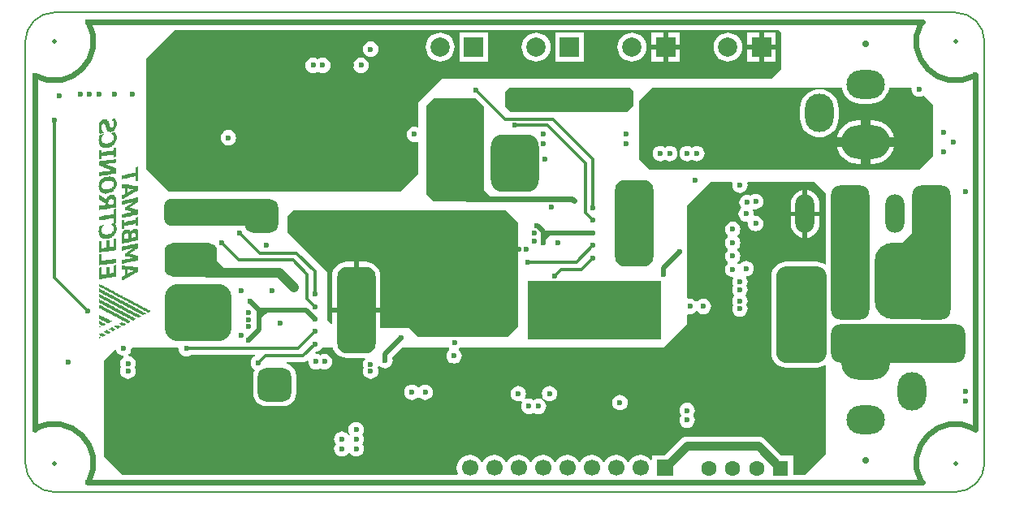
<source format=gbl>
%FSTAX43Y43*%
%MOMM*%
G71*
G01*
G75*
G04 Layer_Physical_Order=4*
G04 Layer_Color=16711680*
%ADD10R,2.500X3.300*%
%ADD11R,1.500X1.900*%
%ADD12R,1.600X0.300*%
%ADD13R,3.400X9.700*%
%ADD14R,0.400X0.455*%
%ADD15R,1.050X1.100*%
%ADD16R,0.400X0.850*%
%ADD17C,1.500*%
%ADD18R,1.400X0.700*%
%ADD19R,3.800X4.500*%
%ADD20R,0.900X0.900*%
%ADD21R,1.700X1.700*%
%ADD22R,1.000X1.400*%
%ADD23R,1.700X1.700*%
%ADD24R,1.300X1.900*%
%ADD25R,0.650X1.600*%
%ADD26R,1.000X5.500*%
%ADD27R,1.600X3.000*%
%ADD28R,4.000X7.000*%
%ADD29R,0.300X0.800*%
%ADD30R,3.300X2.500*%
%ADD31R,1.000X1.500*%
%ADD32R,1.900X1.500*%
%ADD33R,3.000X2.500*%
%ADD34R,3.500X1.500*%
%ADD35R,0.900X1.200*%
%ADD36R,0.900X0.900*%
%ADD37R,0.455X0.400*%
%ADD38R,1.100X1.050*%
%ADD39R,0.850X0.400*%
%ADD40R,1.499X3.404*%
%ADD41R,0.600X0.600*%
%ADD42R,0.400X0.700*%
G04:AMPARAMS|DCode=43|XSize=2.51mm|YSize=2.55mm|CornerRadius=0.063mm|HoleSize=0mm|Usage=FLASHONLY|Rotation=270.000|XOffset=0mm|YOffset=0mm|HoleType=Round|Shape=RoundedRectangle|*
%AMROUNDEDRECTD43*
21,1,2.510,2.425,0,0,270.0*
21,1,2.385,2.550,0,0,270.0*
1,1,0.126,-1.212,-1.192*
1,1,0.126,-1.212,1.192*
1,1,0.126,1.212,1.192*
1,1,0.126,1.212,-1.192*
%
%ADD43ROUNDEDRECTD43*%
%ADD44R,0.753X3.600*%
%ADD45R,3.404X1.499*%
%ADD46R,0.700X0.400*%
G04:AMPARAMS|DCode=47|XSize=2.51mm|YSize=2.55mm|CornerRadius=0.063mm|HoleSize=0mm|Usage=FLASHONLY|Rotation=0.000|XOffset=0mm|YOffset=0mm|HoleType=Round|Shape=RoundedRectangle|*
%AMROUNDEDRECTD47*
21,1,2.510,2.425,0,0,0.0*
21,1,2.385,2.550,0,0,0.0*
1,1,0.126,1.192,-1.212*
1,1,0.126,-1.192,-1.212*
1,1,0.126,-1.192,1.212*
1,1,0.126,1.192,1.212*
%
%ADD47ROUNDEDRECTD47*%
%ADD48R,2.500X1.000*%
%ADD49R,1.400X1.000*%
%ADD50R,0.700X1.400*%
%ADD51R,4.500X3.800*%
%ADD52R,0.600X0.600*%
%ADD53R,4.700X1.250*%
%ADD54C,1.000*%
%ADD55C,0.600*%
%ADD56C,0.500*%
%ADD57C,0.300*%
%ADD58C,1.500*%
%ADD59C,0.900*%
%ADD60C,0.400*%
%ADD61C,1.700*%
%ADD62R,11.700X1.200*%
%ADD63R,4.000X11.800*%
%ADD64R,2.500X1.250*%
%ADD65R,2.500X7.100*%
%ADD66R,5.300X3.150*%
%ADD67R,6.100X1.000*%
%ADD68R,2.500X2.100*%
%ADD69R,13.900X1.900*%
%ADD70R,6.600X1.900*%
%ADD71R,3.200X8.500*%
%ADD72R,1.400X10.500*%
%ADD73R,3.300X1.500*%
%ADD74R,1.500X9.100*%
%ADD75R,1.100X3.875*%
%ADD76R,7.900X4.400*%
%ADD77R,3.200X0.600*%
%ADD78R,3.875X1.600*%
%ADD79R,15.400X1.900*%
%ADD80R,2.500X9.900*%
%ADD81R,3.400X4.200*%
%ADD82R,8.300X5.400*%
%ADD83R,24.000X2.700*%
%ADD84R,3.000X2.800*%
%ADD85R,2.900X11.200*%
%ADD86R,1.400X3.600*%
%ADD87R,4.200X1.450*%
%ADD88R,3.400X0.800*%
%ADD89R,1.000X9.300*%
%ADD90R,4.200X0.900*%
%ADD91R,3.400X5.700*%
%ADD92R,7.100X3.400*%
%ADD93R,4.400X8.250*%
%ADD94R,3.800X7.000*%
%ADD95R,4.400X13.600*%
%ADD96R,1.800X7.200*%
%ADD97R,5.100X10.400*%
%ADD98R,5.100X4.000*%
%ADD99R,7.200X5.500*%
%ADD100R,8.400X1.300*%
%ADD101R,6.100X3.100*%
%ADD102C,0.200*%
%ADD103R,2.000X2.000*%
%ADD104C,2.000*%
%ADD105C,0.500*%
%ADD106O,5.080X3.500*%
%ADD107O,3.000X4.000*%
%ADD108O,4.000X3.000*%
%ADD109C,0.700*%
%ADD110O,2.000X4.000*%
%ADD111C,1.700*%
%ADD112C,1.600*%
%ADD113R,1.600X1.600*%
%ADD114C,0.600*%
G04:AMPARAMS|DCode=115|XSize=14mm|YSize=4mm|CornerRadius=1mm|HoleSize=0mm|Usage=FLASHONLY|Rotation=0.000|XOffset=0mm|YOffset=0mm|HoleType=Round|Shape=RoundedRectangle|*
%AMROUNDEDRECTD115*
21,1,14.000,2.000,0,0,0.0*
21,1,12.000,4.000,0,0,0.0*
1,1,2.000,6.000,-1.000*
1,1,2.000,-6.000,-1.000*
1,1,2.000,-6.000,1.000*
1,1,2.000,6.000,1.000*
%
%ADD115ROUNDEDRECTD115*%
G04:AMPARAMS|DCode=116|XSize=14mm|YSize=4mm|CornerRadius=1mm|HoleSize=0mm|Usage=FLASHONLY|Rotation=270.000|XOffset=0mm|YOffset=0mm|HoleType=Round|Shape=RoundedRectangle|*
%AMROUNDEDRECTD116*
21,1,14.000,2.000,0,0,270.0*
21,1,12.000,4.000,0,0,270.0*
1,1,2.000,-1.000,-6.000*
1,1,2.000,-1.000,6.000*
1,1,2.000,1.000,6.000*
1,1,2.000,1.000,-6.000*
%
%ADD116ROUNDEDRECTD116*%
G04:AMPARAMS|DCode=117|XSize=8mm|YSize=8mm|CornerRadius=2mm|HoleSize=0mm|Usage=FLASHONLY|Rotation=270.000|XOffset=0mm|YOffset=0mm|HoleType=Round|Shape=RoundedRectangle|*
%AMROUNDEDRECTD117*
21,1,8.000,4.000,0,0,270.0*
21,1,4.000,8.000,0,0,270.0*
1,1,4.000,-2.000,-2.000*
1,1,4.000,-2.000,2.000*
1,1,4.000,2.000,2.000*
1,1,4.000,2.000,-2.000*
%
%ADD117ROUNDEDRECTD117*%
G04:AMPARAMS|DCode=118|XSize=9mm|YSize=4mm|CornerRadius=1mm|HoleSize=0mm|Usage=FLASHONLY|Rotation=270.000|XOffset=0mm|YOffset=0mm|HoleType=Round|Shape=RoundedRectangle|*
%AMROUNDEDRECTD118*
21,1,9.000,2.000,0,0,270.0*
21,1,7.000,4.000,0,0,270.0*
1,1,2.000,-1.000,-3.500*
1,1,2.000,-1.000,3.500*
1,1,2.000,1.000,3.500*
1,1,2.000,1.000,-3.500*
%
%ADD118ROUNDEDRECTD118*%
G04:AMPARAMS|DCode=119|XSize=3.5mm|YSize=5.5mm|CornerRadius=0.875mm|HoleSize=0mm|Usage=FLASHONLY|Rotation=270.000|XOffset=0mm|YOffset=0mm|HoleType=Round|Shape=RoundedRectangle|*
%AMROUNDEDRECTD119*
21,1,3.500,3.750,0,0,270.0*
21,1,1.750,5.500,0,0,270.0*
1,1,1.750,-1.875,-0.875*
1,1,1.750,-1.875,0.875*
1,1,1.750,1.875,0.875*
1,1,1.750,1.875,-0.875*
%
%ADD119ROUNDEDRECTD119*%
G04:AMPARAMS|DCode=120|XSize=3.5mm|YSize=3.5mm|CornerRadius=0.875mm|HoleSize=0mm|Usage=FLASHONLY|Rotation=270.000|XOffset=0mm|YOffset=0mm|HoleType=Round|Shape=RoundedRectangle|*
%AMROUNDEDRECTD120*
21,1,3.500,1.750,0,0,270.0*
21,1,1.750,3.500,0,0,270.0*
1,1,1.750,-0.875,-0.875*
1,1,1.750,-0.875,0.875*
1,1,1.750,0.875,0.875*
1,1,1.750,0.875,-0.875*
%
%ADD120ROUNDEDRECTD120*%
G04:AMPARAMS|DCode=121|XSize=6mm|YSize=5mm|CornerRadius=1.25mm|HoleSize=0mm|Usage=FLASHONLY|Rotation=270.000|XOffset=0mm|YOffset=0mm|HoleType=Round|Shape=RoundedRectangle|*
%AMROUNDEDRECTD121*
21,1,6.000,2.500,0,0,270.0*
21,1,3.500,5.000,0,0,270.0*
1,1,2.500,-1.250,-1.750*
1,1,2.500,-1.250,1.750*
1,1,2.500,1.250,1.750*
1,1,2.500,1.250,-1.750*
%
%ADD121ROUNDEDRECTD121*%
G04:AMPARAMS|DCode=122|XSize=6mm|YSize=7mm|CornerRadius=1.5mm|HoleSize=0mm|Usage=FLASHONLY|Rotation=270.000|XOffset=0mm|YOffset=0mm|HoleType=Round|Shape=RoundedRectangle|*
%AMROUNDEDRECTD122*
21,1,6.000,4.000,0,0,270.0*
21,1,3.000,7.000,0,0,270.0*
1,1,3.000,-2.000,-1.500*
1,1,3.000,-2.000,1.500*
1,1,3.000,2.000,1.500*
1,1,3.000,2.000,-1.500*
%
%ADD122ROUNDEDRECTD122*%
%ADD123C,2.000*%
%ADD124R,14.000X6.100*%
G36*
X0228078Y0236029D02*
X0228028Y0236029D01*
X0227978Y0236029D01*
X0227978Y0235979D01*
X0227777Y0235979D01*
X0227777Y0236481D01*
X0227727Y0236481D01*
X0227677Y0236481D01*
X0227626Y0236481D01*
X0227626Y0236431D01*
X0227576Y0236431D01*
X0227526Y0236431D01*
X0227476Y0236431D01*
X0227426Y0236431D01*
X0227426Y0236381D01*
X0227375Y0236381D01*
X0227225Y0236381D01*
X0227175Y0236381D01*
X0227175Y023633D01*
X0227124Y023633D01*
X0227074Y023633D01*
X0226924Y023633D01*
X0226924Y023628D01*
X0226723Y023628D01*
X0226723Y023623D01*
X0226673Y023623D01*
X0226622Y023623D01*
X0226572Y023623D01*
X0226522Y023623D01*
X0226472Y023623D01*
X0226472Y023618D01*
X0226422Y023618D01*
X0226371Y023618D01*
X0226321Y023618D01*
X0226321Y0236581D01*
X0226371Y0236581D01*
X0226422Y0236581D01*
X0226422Y0236632D01*
X0226522Y0236632D01*
X0226572Y0236632D01*
X0226622Y0236632D01*
X0226673Y0236632D01*
X0226673Y0236682D01*
X0226924Y0236682D01*
X0226924Y0236732D01*
X0227124Y0236732D01*
X0227124Y0236782D01*
X0227375Y0236782D01*
X0227375Y0236832D01*
X0227576Y0236832D01*
X0227626Y0236832D01*
X0227626Y0236883D01*
X0227777Y0236883D01*
X0227777Y0237435D01*
X0227978Y0237435D01*
X0227978Y0237485D01*
X0228078Y0237485D01*
X0228078Y0236029D01*
X0228078Y0236029D02*
G37*
G36*
X0301418Y0245771D02*
X0301427Y0245679D01*
X0301542Y0245302D01*
X0301728Y0244955D01*
X0301977Y024465D01*
X0302282Y02444D01*
X0302629Y0244214D01*
X0303006Y02441D01*
X0303398Y0244061D01*
X0304398Y0244061D01*
X0304791Y02441D01*
X0305168Y0244214D01*
X0305515Y02444D01*
X030582Y024465D01*
X0306069Y0244955D01*
X0306255Y0245302D01*
X030637Y0245679D01*
X0306379Y0245771D01*
X0308622Y0245771D01*
X0308705Y0245676D01*
X0308692Y0245571D01*
X0308719Y0245362D01*
X03088Y0245168D01*
X0308928Y0245D01*
X0309095Y0244872D01*
X030929Y0244792D01*
X0309499Y0244764D01*
X0309707Y0244792D01*
X0309902Y0244872D01*
X0309956Y0244914D01*
X0310899Y0243971D01*
X0310899Y0238571D01*
X0309499Y0237171D01*
X0281398Y0237171D01*
X0280299Y0238271D01*
X0280299Y0244371D01*
X0281699Y0245771D01*
X0301418Y0245771D01*
X0301418Y0245771D02*
G37*
G36*
X0225166Y0236481D02*
X0225166Y0236431D01*
X0225217Y0236431D01*
X0225267Y0236431D01*
X0225317Y0236431D01*
X0225367Y0236431D01*
X0225417Y0236431D01*
X0225417Y0236381D01*
X0225468Y0236381D01*
X0225518Y0236381D01*
X0225518Y023633D01*
X0225568Y023633D01*
X0225568Y023628D01*
X0225618Y023628D01*
X0225618Y023623D01*
X0225668Y023623D01*
X0225668Y023618D01*
X0225719Y023618D01*
X0225719Y0236079D01*
X0225769Y0236079D01*
X0225769Y0235929D01*
X0225819Y0235929D01*
X0225819Y0235527D01*
X0225769Y0235527D01*
X0225769Y0235326D01*
X0225719Y0235326D01*
X0225719Y0235226D01*
X0225668Y0235226D01*
X0225668Y0235125D01*
X0225618Y0235125D01*
X0225618Y0235075D01*
X0225568Y0235075D01*
X0225568Y0235025D01*
X0225518Y0235025D01*
X0225518Y0234975D01*
X0225468Y0234975D01*
X0225468Y0234925D01*
X0225367Y0234925D01*
X0225367Y0234874D01*
X0225317Y0234874D01*
X0225317Y0234824D01*
X0225217Y0234824D01*
X0225217Y0234774D01*
X0225016Y0234774D01*
X0225016Y0234724D01*
X0224966Y0234724D01*
X0224915Y0234724D01*
X0224865Y0234724D01*
X0224715Y0234724D01*
X0224715Y0234674D01*
X0224664Y0234674D01*
X0224614Y0234674D01*
X0224614Y0234724D01*
X0224464Y0234724D01*
X0224413Y0234724D01*
X0224363Y0234724D01*
X0224363Y0234774D01*
X0224263Y0234774D01*
X0224263Y0234824D01*
X0224162Y0234824D01*
X0224162Y0234874D01*
X0224112Y0234874D01*
X0224112Y0234925D01*
X0224062Y0234925D01*
X0224062Y0235025D01*
X0224012Y0235025D01*
X0224012Y0235125D01*
X0223961Y0235125D01*
X0223961Y0235376D01*
X0223911Y0235376D01*
X0223911Y0235527D01*
X0223961Y0235527D01*
X0223961Y0235778D01*
X0224012Y0235778D01*
X0224012Y0235879D01*
X0224062Y0235879D01*
X0224062Y0235979D01*
X0224112Y0235979D01*
X0224112Y0236079D01*
X0224162Y0236079D01*
X0224162Y023613D01*
X0224213Y023613D01*
X0224213Y023618D01*
X0224263Y023618D01*
X0224263Y023623D01*
X0224313Y023623D01*
X0224363Y023623D01*
X0224363Y023628D01*
X0224413Y023628D01*
X0224413Y023633D01*
X0224514Y023633D01*
X0224514Y0236381D01*
X0224614Y0236381D01*
X0224664Y0236381D01*
X0224715Y0236381D01*
X0224715Y0236431D01*
X0224765Y0236431D01*
X0224815Y0236431D01*
X0224865Y0236431D01*
X0224915Y0236431D01*
X0224966Y0236431D01*
X0224966Y0236481D01*
X0225016Y0236481D01*
X0225066Y0236481D01*
X0225116Y0236481D01*
X0225166Y0236481D01*
X0225166Y0236481D02*
G37*
G36*
X0226673Y0235628D02*
X0227124Y0235628D01*
X0227124Y0235577D01*
X0227175Y0235577D01*
X0227225Y0235577D01*
X0227275Y0235577D01*
X0227325Y0235577D01*
X0227476Y0235577D01*
X0227476Y0235527D01*
X0227526Y0235527D01*
X0227576Y0235527D01*
X0227777Y0235527D01*
X0227827Y0235527D01*
X0227877Y0235527D01*
X0227928Y0235527D01*
X0227928Y0235477D01*
X0228078Y0235477D01*
X0228078Y0235025D01*
X0228028Y0235025D01*
X0228028Y0234975D01*
X0227978Y0234975D01*
X0227928Y0234975D01*
X0227928Y0234925D01*
X0227827Y0234925D01*
X0227827Y0234874D01*
X0227777Y0234874D01*
X0227727Y0234874D01*
X0227727Y0234824D01*
X0227677Y0234824D01*
X0227677Y0234774D01*
X0227576Y0234774D01*
X0227576Y0234724D01*
X0227526Y0234724D01*
X0227476Y0234724D01*
X0227476Y0234674D01*
X0227426Y0234674D01*
X0227375Y0234674D01*
X0227375Y0234623D01*
X0227275Y0234623D01*
X0227275Y0234573D01*
X0227225Y0234573D01*
X0227225Y0234523D01*
X0227124Y0234523D01*
X0227124Y0234473D01*
X0227024Y0234473D01*
X0227024Y0234423D01*
X0226924Y0234423D01*
X0226924Y0234372D01*
X0226873Y0234372D01*
X0226823Y0234372D01*
X0226823Y0234322D01*
X0226723Y0234322D01*
X0226723Y0234272D01*
X0226673Y0234272D01*
X0226673Y0234222D01*
X0226622Y0234222D01*
X0226572Y0234222D01*
X0226572Y0234172D01*
X0226522Y0234172D01*
X0226472Y0234172D01*
X0226472Y0234121D01*
X0226371Y0234121D01*
X0226371Y0234071D01*
X0226321Y0234071D01*
X0226321Y0234473D01*
X0226371Y0234473D01*
X0226371Y0234523D01*
X0226422Y0234523D01*
X0226472Y0234523D01*
X0226472Y0234573D01*
X0226572Y0234573D01*
X0226572Y0234623D01*
X0226673Y0234623D01*
X0226673Y0235226D01*
X0226622Y0235226D01*
X0226622Y0235276D01*
X0226572Y0235276D01*
X0226522Y0235276D01*
X0226472Y0235276D01*
X0226422Y0235276D01*
X0226371Y0235276D01*
X0226321Y0235276D01*
X0226321Y0235678D01*
X0226371Y0235678D01*
X0226422Y0235678D01*
X0226673Y0235678D01*
X0226673Y0235628D01*
X0226673Y0235628D02*
G37*
G36*
X0225769Y0226038D02*
X0225719Y0226038D01*
X0225719Y0225988D01*
X0225668Y0225988D01*
X0225618Y0225988D01*
X0225568Y0225988D01*
X0225518Y0225988D01*
X0225367Y0225988D01*
X0225367Y0225938D01*
X0225016Y0225938D01*
X0225016Y0225888D01*
X0224865Y0225888D01*
X0224815Y0225888D01*
X0224765Y0225888D01*
X0224715Y0225888D01*
X0224715Y0225838D01*
X0224664Y0225838D01*
X0224614Y0225838D01*
X0224564Y0225838D01*
X0224514Y0225838D01*
X0224464Y0225838D01*
X0224413Y0225838D01*
X0224363Y0225838D01*
X0224313Y0225838D01*
X0224313Y0225787D01*
X0224012Y0225787D01*
X0224012Y0225737D01*
X0223961Y0225737D01*
X0223961Y0226942D01*
X0224062Y0226942D01*
X0224062Y0226992D01*
X0224263Y0226992D01*
X0224263Y0226239D01*
X0224564Y0226239D01*
X0224564Y0226289D01*
X0224664Y0226289D01*
X0224715Y0226289D01*
X0224765Y0226289D01*
X0224765Y0226992D01*
X0224815Y0226992D01*
X0224815Y0227042D01*
X0224865Y0227042D01*
X0224915Y0227042D01*
X0224966Y0227042D01*
X0225016Y0227042D01*
X0225066Y0227042D01*
X0225116Y0227042D01*
X0225116Y022634D01*
X0225267Y022634D01*
X0225267Y022639D01*
X0225317Y022639D01*
X0225367Y022639D01*
X0225468Y022639D01*
X0225468Y0227193D01*
X0225719Y0227193D01*
X0225719Y0227243D01*
X0225769Y0227243D01*
X0225769Y0226038D01*
X0225769Y0226038D02*
G37*
G36*
X0224062Y0224181D02*
X0224112Y0224181D01*
X0224162Y0224181D01*
X0224162Y0224131D01*
X0224213Y0224131D01*
X0224263Y0224131D01*
X0224263Y022408D01*
X0224363Y022408D01*
X0224363Y022403D01*
X0224413Y022403D01*
X0224413Y022398D01*
X0224514Y022398D01*
X0224514Y022393D01*
X0224564Y022393D01*
X0224614Y022393D01*
X0224614Y022388D01*
X0224664Y022388D01*
X0224715Y022388D01*
X0224715Y0223829D01*
X0224815Y0223829D01*
X0224815Y0223779D01*
X0224865Y0223779D01*
X0224915Y0223779D01*
X0224915Y0223729D01*
X0225016Y0223729D01*
X0225016Y0223679D01*
X0225116Y0223679D01*
X0225116Y0223629D01*
X0225166Y0223629D01*
X0225166Y0223578D01*
X0225217Y0223578D01*
X0225267Y0223578D01*
X0225267Y0223528D01*
X0225367Y0223528D01*
X0225367Y0223478D01*
X0225468Y0223478D01*
X0225468Y0223428D01*
X0225518Y0223428D01*
X0225568Y0223428D01*
X0225568Y0223378D01*
X0225668Y0223378D01*
X0225668Y0223327D01*
X0225719Y0223327D01*
X0225769Y0223327D01*
X0225769Y0223277D01*
X0225819Y0223277D01*
X0225869Y0223277D01*
X0225869Y0223227D01*
X0225919Y0223227D01*
X0225919Y0223177D01*
X022602Y0223177D01*
X022602Y0223127D01*
X022607Y0223127D01*
X022612Y0223127D01*
X022612Y0223076D01*
X0226221Y0223076D01*
X0226221Y0223026D01*
X0226321Y0223026D01*
X0226321Y0222976D01*
X0226422Y0222976D01*
X0226422Y0222926D01*
X0226472Y0222926D01*
X0226522Y0222926D01*
X0226522Y0222876D01*
X0226622Y0222876D01*
X0226622Y0222825D01*
X0226723Y0222825D01*
X0226723Y0222775D01*
X0226773Y0222775D01*
X0226773Y0222725D01*
X0226823Y0222725D01*
X0226873Y0222725D01*
X0226873Y0222675D01*
X0226974Y0222675D01*
X0226974Y0222624D01*
X0227024Y0222624D01*
X0227074Y0222624D01*
X0227074Y0222574D01*
X0227124Y0222574D01*
X0227175Y0222574D01*
X0227175Y0222524D01*
X0227275Y0222524D01*
X0227275Y0222474D01*
X0227375Y0222474D01*
X0227375Y0222424D01*
X0227426Y0222424D01*
X0227426Y0222373D01*
X0227476Y0222373D01*
X0227526Y0222373D01*
X0227526Y0222323D01*
X0227626Y0222323D01*
X0227626Y0222273D01*
X0227727Y0222273D01*
X0227727Y0222223D01*
X0227777Y0222223D01*
X0227827Y0222223D01*
X0227827Y0222173D01*
X0227928Y0222173D01*
X0227928Y0222122D01*
X0228028Y0222122D01*
X0228028Y0222072D01*
X0228078Y0222072D01*
X0228128Y0222072D01*
X0228128Y0222022D01*
X0228179Y0222022D01*
X0228229Y0222022D01*
X0228229Y0221972D01*
X0228279Y0221972D01*
X0228279Y0221922D01*
X022838Y0221922D01*
X022838Y0221871D01*
X0228329Y0221871D01*
X0228279Y0221871D01*
X0228279Y0221821D01*
X0228229Y0221821D01*
X0228179Y0221821D01*
X0228179Y0221771D01*
X0228078Y0221771D01*
X0228078Y0221721D01*
X0228028Y0221721D01*
X0228028Y0221771D01*
X0227928Y0221771D01*
X0227928Y0221821D01*
X0227877Y0221821D01*
X0227827Y0221821D01*
X0227827Y0221871D01*
X0227777Y0221871D01*
X0227727Y0221871D01*
X0227727Y0221922D01*
X0227677Y0221922D01*
X0227626Y0221922D01*
X0227626Y0221972D01*
X0227576Y0221972D01*
X0227526Y0221972D01*
X0227526Y0222022D01*
X0227476Y0222022D01*
X0227426Y0222022D01*
X0227426Y0222072D01*
X0227375Y0222072D01*
X0227325Y0222072D01*
X0227325Y0222122D01*
X0227275Y0222122D01*
X0227275Y0222173D01*
X0227225Y0222173D01*
X0227175Y0222173D01*
X0227175Y0222223D01*
X0227124Y0222223D01*
X0227074Y0222223D01*
X0227074Y0222273D01*
X0227024Y0222273D01*
X0226974Y0222273D01*
X0226974Y0222323D01*
X0226873Y0222323D01*
X0226873Y0222373D01*
X0226773Y0222373D01*
X0226773Y0222424D01*
X0226723Y0222424D01*
X0226673Y0222424D01*
X0226673Y0222474D01*
X0226572Y0222474D01*
X0226572Y0222524D01*
X0226522Y0222524D01*
X0226522Y0222574D01*
X0226472Y0222574D01*
X0226422Y0222574D01*
X0226422Y0222624D01*
X0226321Y0222624D01*
X0226321Y0222675D01*
X0226221Y0222675D01*
X0226221Y0222725D01*
X022617Y0222725D01*
X022612Y0222725D01*
X022612Y0222775D01*
X022602Y0222775D01*
X022602Y0222825D01*
X0225919Y0222825D01*
X0225919Y0222876D01*
X0225819Y0222876D01*
X0225819Y0222926D01*
X0225769Y0222926D01*
X0225719Y0222926D01*
X0225719Y0222976D01*
X0225668Y0222976D01*
X0225668Y0223026D01*
X0225568Y0223026D01*
X0225568Y0223076D01*
X0225468Y0223076D01*
X0225468Y0223127D01*
X0225367Y0223127D01*
X0225367Y0223177D01*
X0225267Y0223177D01*
X0225267Y0223227D01*
X0225166Y0223227D01*
X0225166Y0223277D01*
X0225116Y0223277D01*
X0225116Y0223327D01*
X0224966Y0223327D01*
X0224966Y0223378D01*
X0224915Y0223378D01*
X0224915Y0223428D01*
X0224865Y0223428D01*
X0224815Y0223428D01*
X0224815Y0223478D01*
X0224715Y0223478D01*
X0224715Y0223528D01*
X0224614Y0223528D01*
X0224614Y0223578D01*
X0224564Y0223578D01*
X0224514Y0223578D01*
X0224514Y0223629D01*
X0224413Y0223629D01*
X0224413Y0223679D01*
X0224313Y0223679D01*
X0224313Y0223729D01*
X0224213Y0223729D01*
X0224213Y0223779D01*
X0224162Y0223779D01*
X0224162Y0223829D01*
X0224112Y0223829D01*
X0224062Y0223829D01*
X0224062Y022388D01*
X0223961Y022388D01*
X0223961Y0224231D01*
X0224012Y0224231D01*
X0224062Y0224231D01*
X0224062Y0224181D01*
X0224062Y0224181D02*
G37*
G36*
X0225668Y0240999D02*
X0225719Y0240999D01*
X0225719Y0240899D01*
X0225769Y0240899D01*
X0225769Y0240698D01*
X0225819Y0240698D01*
X0225819Y0240297D01*
X0225769Y0240297D01*
X0225769Y0240146D01*
X0225719Y0240146D01*
X0225719Y0239995D01*
X0225668Y0239995D01*
X0225668Y0239945D01*
X0225618Y0239945D01*
X0225618Y0239845D01*
X0225568Y0239845D01*
X0225568Y0239794D01*
X0225518Y0239794D01*
X0225518Y0239744D01*
X0225468Y0239744D01*
X0225468Y0239694D01*
X0225367Y0239694D01*
X0225367Y0239644D01*
X0225317Y0239644D01*
X0225317Y0239594D01*
X0225217Y0239594D01*
X0225217Y0239543D01*
X0225116Y0239543D01*
X0225066Y0239543D01*
X0225066Y0239493D01*
X0225016Y0239493D01*
X0224966Y0239493D01*
X0224915Y0239493D01*
X0224865Y0239493D01*
X0224765Y0239493D01*
X0224765Y0239443D01*
X0224564Y0239443D01*
X0224564Y0239493D01*
X0224413Y0239493D01*
X0224363Y0239493D01*
X0224363Y0239543D01*
X0224263Y0239543D01*
X0224263Y0239594D01*
X0224162Y0239594D01*
X0224162Y0239644D01*
X0224112Y0239644D01*
X0224112Y0239694D01*
X0224062Y0239694D01*
X0224062Y0239794D01*
X0224012Y0239794D01*
X0224012Y0239895D01*
X0223961Y0239895D01*
X0223961Y0240196D01*
X0223911Y0240196D01*
X0223911Y0240297D01*
X0223961Y0240297D01*
X0223961Y0240598D01*
X0224012Y0240598D01*
X0224012Y0240698D01*
X0224062Y0240698D01*
X0224062Y0240849D01*
X0224313Y0240849D01*
X0224313Y0240899D01*
X0224363Y0240899D01*
X0224413Y0240899D01*
X0224464Y0240899D01*
X0224464Y0240849D01*
X0224413Y0240849D01*
X0224413Y0240748D01*
X0224363Y0240748D01*
X0224363Y0240698D01*
X0224313Y0240698D01*
X0224313Y0240598D01*
X0224263Y0240598D01*
X0224263Y0240146D01*
X0224313Y0240146D01*
X0224313Y0240046D01*
X0224363Y0240046D01*
X0224363Y0239995D01*
X0224413Y0239995D01*
X0224413Y0239945D01*
X0224464Y0239945D01*
X0224514Y0239945D01*
X0224564Y0239945D01*
X0224564Y0239895D01*
X0224664Y0239895D01*
X0224715Y0239895D01*
X0224765Y0239895D01*
X0224815Y0239895D01*
X0224865Y0239895D01*
X0224915Y0239895D01*
X0224915Y0239945D01*
X0225116Y0239945D01*
X0225116Y0239995D01*
X0225166Y0239995D01*
X0225166Y0240046D01*
X0225217Y0240046D01*
X0225267Y0240046D01*
X0225267Y0240096D01*
X0225317Y0240096D01*
X0225317Y0240146D01*
X0225367Y0240146D01*
X0225367Y0240196D01*
X0225417Y0240196D01*
X0225417Y0240246D01*
X0225468Y0240246D01*
X0225468Y0240397D01*
X0225518Y0240397D01*
X0225518Y0240598D01*
X0225468Y0240598D01*
X0225468Y0240748D01*
X0225417Y0240748D01*
X0225417Y0240849D01*
X0225367Y0240849D01*
X0225367Y0240899D01*
X0225317Y0240899D01*
X0225317Y0240949D01*
X0225267Y0240949D01*
X0225267Y0240999D01*
X0225367Y0240999D01*
X0225367Y024105D01*
X0225668Y024105D01*
X0225668Y0240999D01*
X0225668Y0240999D02*
G37*
G36*
X0224062Y0224733D02*
X0224162Y0224733D01*
X0224162Y0224683D01*
X0224213Y0224683D01*
X0224263Y0224683D01*
X0224263Y0224633D01*
X0224363Y0224633D01*
X0224363Y0224582D01*
X0224464Y0224582D01*
X0224464Y0224532D01*
X0224564Y0224532D01*
X0224564Y0224482D01*
X0224614Y0224482D01*
X0224614Y0224432D01*
X0224664Y0224432D01*
X0224715Y0224432D01*
X0224715Y0224382D01*
X0224765Y0224382D01*
X0224815Y0224382D01*
X0224815Y0224331D01*
X0224865Y0224331D01*
X0224915Y0224331D01*
X0224915Y0224281D01*
X0225016Y0224281D01*
X0225016Y0224231D01*
X0225066Y0224231D01*
X0225116Y0224231D01*
X0225116Y0224181D01*
X0225217Y0224181D01*
X0225217Y0224131D01*
X0225267Y0224131D01*
X0225317Y0224131D01*
X0225317Y022408D01*
X0225367Y022408D01*
X0225367Y022403D01*
X0225468Y022403D01*
X0225468Y022398D01*
X0225518Y022398D01*
X0225568Y022398D01*
X0225568Y022393D01*
X0225668Y022393D01*
X0225668Y022388D01*
X0225769Y022388D01*
X0225769Y0223829D01*
X0225819Y0223829D01*
X0225869Y0223829D01*
X0225869Y0223779D01*
X0225919Y0223779D01*
X022597Y0223779D01*
X022597Y0223729D01*
X022607Y0223729D01*
X022607Y0223679D01*
X022612Y0223679D01*
X022612Y0223629D01*
X022617Y0223629D01*
X0226221Y0223629D01*
X0226221Y0223578D01*
X0226321Y0223578D01*
X0226321Y0223528D01*
X0226422Y0223528D01*
X0226422Y0223478D01*
X0226522Y0223478D01*
X0226522Y0223428D01*
X0226622Y0223428D01*
X0226622Y0223378D01*
X0226723Y0223378D01*
X0226723Y0223327D01*
X0226773Y0223327D01*
X0226823Y0223327D01*
X0226823Y0223277D01*
X0226873Y0223277D01*
X0226924Y0223277D01*
X0226924Y0223227D01*
X0226974Y0223227D01*
X0226974Y0223177D01*
X0227074Y0223177D01*
X0227074Y0223127D01*
X0227124Y0223127D01*
X0227175Y0223127D01*
X0227175Y0223076D01*
X0227225Y0223076D01*
X0227275Y0223076D01*
X0227275Y0223026D01*
X0227375Y0223026D01*
X0227375Y0222976D01*
X0227426Y0222976D01*
X0227476Y0222976D01*
X0227476Y0222926D01*
X0227576Y0222926D01*
X0227576Y0222876D01*
X0227677Y0222876D01*
X0227677Y0222825D01*
X0227777Y0222825D01*
X0227777Y0222775D01*
X0227827Y0222775D01*
X0227827Y0222725D01*
X0227877Y0222725D01*
X0227928Y0222725D01*
X0227928Y0222675D01*
X0228028Y0222675D01*
X0228028Y0222624D01*
X0228078Y0222624D01*
X0228128Y0222624D01*
X0228128Y0222574D01*
X0228179Y0222574D01*
X0228229Y0222574D01*
X0228229Y0222524D01*
X0228279Y0222524D01*
X0228329Y0222524D01*
X0228329Y0222474D01*
X022843Y0222474D01*
X022843Y0222424D01*
X022848Y0222424D01*
X022848Y0222373D01*
X022858Y0222373D01*
X022858Y0222323D01*
X0228681Y0222323D01*
X0228681Y0222273D01*
X0228731Y0222273D01*
X0228781Y0222273D01*
X0228781Y0222223D01*
X0228831Y0222223D01*
X0228882Y0222223D01*
X0228882Y0222122D01*
X0228781Y0222122D01*
X0228781Y0222072D01*
X0228681Y0222072D01*
X0228681Y0222022D01*
X0228631Y0222022D01*
X022858Y0222022D01*
X022853Y0222022D01*
X022848Y0222022D01*
X022848Y0222072D01*
X022838Y0222072D01*
X022838Y0222122D01*
X0228279Y0222122D01*
X0228279Y0222173D01*
X0228229Y0222173D01*
X0228229Y0222223D01*
X0228179Y0222223D01*
X0228128Y0222223D01*
X0228128Y0222273D01*
X0228028Y0222273D01*
X0228028Y0222323D01*
X0227928Y0222323D01*
X0227928Y0222373D01*
X0227877Y0222373D01*
X0227827Y0222373D01*
X0227827Y0222424D01*
X0227727Y0222424D01*
X0227727Y0222474D01*
X0227626Y0222474D01*
X0227626Y0222524D01*
X0227526Y0222524D01*
X0227526Y0222574D01*
X0227476Y0222574D01*
X0227476Y0222624D01*
X0227426Y0222624D01*
X0227375Y0222624D01*
X0227375Y0222675D01*
X0227275Y0222675D01*
X0227275Y0222725D01*
X0227225Y0222725D01*
X0227175Y0222725D01*
X0227175Y0222775D01*
X0227074Y0222775D01*
X0227074Y0222825D01*
X0226974Y0222825D01*
X0226974Y0222876D01*
X0226924Y0222876D01*
X0226873Y0222876D01*
X0226873Y0222926D01*
X0226823Y0222926D01*
X0226823Y0222976D01*
X0226723Y0222976D01*
X0226723Y0223026D01*
X0226622Y0223026D01*
X0226622Y0223076D01*
X0226572Y0223076D01*
X0226522Y0223076D01*
X0226522Y0223127D01*
X0226472Y0223127D01*
X0226422Y0223127D01*
X0226422Y0223177D01*
X0226321Y0223177D01*
X0226321Y0223227D01*
X0226271Y0223227D01*
X0226221Y0223227D01*
X0226221Y0223277D01*
X022612Y0223277D01*
X022612Y0223327D01*
X022602Y0223327D01*
X022602Y0223378D01*
X022597Y0223378D01*
X022597Y0223428D01*
X0225919Y0223428D01*
X0225869Y0223428D01*
X0225869Y0223478D01*
X0225769Y0223478D01*
X0225769Y0223528D01*
X0225668Y0223528D01*
X0225668Y0223578D01*
X0225618Y0223578D01*
X0225568Y0223578D01*
X0225568Y0223629D01*
X0225468Y0223629D01*
X0225468Y0223679D01*
X0225367Y0223679D01*
X0225367Y0223729D01*
X0225267Y0223729D01*
X0225267Y0223779D01*
X0225217Y0223779D01*
X0225166Y0223779D01*
X0225166Y0223829D01*
X0225116Y0223829D01*
X0225116Y022388D01*
X0225016Y022388D01*
X0225016Y022393D01*
X0224915Y022393D01*
X0224915Y022398D01*
X0224815Y022398D01*
X0224815Y022403D01*
X0224765Y022403D01*
X0224715Y022403D01*
X0224715Y022408D01*
X0224664Y022408D01*
X0224614Y022408D01*
X0224614Y0224131D01*
X0224564Y0224131D01*
X0224514Y0224131D01*
X0224514Y0224181D01*
X0224464Y0224181D01*
X0224413Y0224181D01*
X0224413Y0224231D01*
X0224363Y0224231D01*
X0224363Y0224281D01*
X0224313Y0224281D01*
X0224263Y0224281D01*
X0224263Y0224331D01*
X0224213Y0224331D01*
X0224162Y0224331D01*
X0224162Y0224382D01*
X0224112Y0224382D01*
X0224062Y0224382D01*
X0224062Y0224432D01*
X0223961Y0224432D01*
X0223961Y0224783D01*
X0224062Y0224783D01*
X0224062Y0224733D01*
X0224062Y0224733D02*
G37*
G36*
X0224012Y0225235D02*
X0224112Y0225235D01*
X0224112Y0225185D01*
X0224162Y0225185D01*
X0224213Y0225185D01*
X0224213Y0225135D01*
X0224263Y0225135D01*
X0224313Y0225135D01*
X0224313Y0225085D01*
X0224413Y0225085D01*
X0224413Y0225034D01*
X0224464Y0225034D01*
X0224514Y0225034D01*
X0224514Y0224984D01*
X0224564Y0224984D01*
X0224614Y0224984D01*
X0224614Y0224934D01*
X0224715Y0224934D01*
X0224715Y0224884D01*
X0224765Y0224884D01*
X0224815Y0224884D01*
X0224815Y0224833D01*
X0224865Y0224833D01*
X0224865Y0224783D01*
X0224966Y0224783D01*
X0224966Y0224733D01*
X0225066Y0224733D01*
X0225066Y0224683D01*
X0225166Y0224683D01*
X0225166Y0224633D01*
X0225217Y0224633D01*
X0225267Y0224633D01*
X0225267Y0224582D01*
X0225367Y0224582D01*
X0225367Y0224532D01*
X0225468Y0224532D01*
X0225468Y0224482D01*
X0225518Y0224482D01*
X0225568Y0224482D01*
X0225568Y0224432D01*
X0225618Y0224432D01*
X0225618Y0224382D01*
X0225668Y0224382D01*
X0225719Y0224382D01*
X0225719Y0224331D01*
X0225769Y0224331D01*
X0225819Y0224331D01*
X0225819Y0224281D01*
X0225919Y0224281D01*
X0225919Y0224231D01*
X022597Y0224231D01*
X022602Y0224231D01*
X022602Y0224181D01*
X022612Y0224181D01*
X022612Y0224131D01*
X022617Y0224131D01*
X0226221Y0224131D01*
X0226221Y022408D01*
X0226271Y022408D01*
X0226321Y022408D01*
X0226321Y022403D01*
X0226422Y022403D01*
X0226422Y022398D01*
X0226472Y022398D01*
X0226472Y022393D01*
X0226572Y022393D01*
X0226622Y022393D01*
X0226622Y022388D01*
X0226673Y022388D01*
X0226673Y0223829D01*
X0226723Y0223829D01*
X0226773Y0223829D01*
X0226773Y0223779D01*
X0226823Y0223779D01*
X0226873Y0223779D01*
X0226873Y0223729D01*
X0226924Y0223729D01*
X0226974Y0223729D01*
X0226974Y0223679D01*
X0227074Y0223679D01*
X0227074Y0223629D01*
X0227124Y0223629D01*
X0227175Y0223629D01*
X0227175Y0223578D01*
X0227225Y0223578D01*
X0227275Y0223578D01*
X0227275Y0223528D01*
X0227375Y0223528D01*
X0227375Y0223478D01*
X0227426Y0223478D01*
X0227476Y0223478D01*
X0227476Y0223428D01*
X0227526Y0223428D01*
X0227526Y0223378D01*
X0227626Y0223378D01*
X0227626Y0223327D01*
X0227677Y0223327D01*
X0227727Y0223327D01*
X0227727Y0223277D01*
X0227777Y0223277D01*
X0227827Y0223277D01*
X0227827Y0223227D01*
X0227928Y0223227D01*
X0227928Y0223177D01*
X0228028Y0223177D01*
X0228028Y0223127D01*
X0228078Y0223127D01*
X0228128Y0223127D01*
X0228128Y0223076D01*
X0228179Y0223076D01*
X0228229Y0223076D01*
X0228229Y0223026D01*
X0228279Y0223026D01*
X0228329Y0223026D01*
X0228329Y0222976D01*
X022838Y0222976D01*
X022838Y0222926D01*
X022848Y0222926D01*
X022848Y0222876D01*
X022858Y0222876D01*
X022858Y0222825D01*
X0228681Y0222825D01*
X0228681Y0222775D01*
X0228781Y0222775D01*
X0228781Y0222725D01*
X0228882Y0222725D01*
X0228882Y0222675D01*
X0228932Y0222675D01*
X0228982Y0222675D01*
X0228982Y0222624D01*
X0229082Y0222624D01*
X0229082Y0222574D01*
X0229133Y0222574D01*
X0229183Y0222574D01*
X0229183Y0222524D01*
X0229233Y0222524D01*
X0229283Y0222524D01*
X0229283Y0222474D01*
X0229384Y0222474D01*
X0229384Y0222424D01*
X0229333Y0222424D01*
X0229333Y0222373D01*
X0229283Y0222373D01*
X0229233Y0222373D01*
X0229233Y0222323D01*
X0229133Y0222323D01*
X0229133Y0222273D01*
X0229082Y0222273D01*
X0229082Y0222323D01*
X0229032Y0222323D01*
X0228982Y0222323D01*
X0228982Y0222373D01*
X0228932Y0222373D01*
X0228882Y0222373D01*
X0228882Y0222424D01*
X0228781Y0222424D01*
X0228781Y0222474D01*
X0228681Y0222474D01*
X0228681Y0222524D01*
X022858Y0222524D01*
X022858Y0222574D01*
X022853Y0222574D01*
X022853Y0222624D01*
X022843Y0222624D01*
X022843Y0222675D01*
X0228329Y0222675D01*
X0228329Y0222725D01*
X0228229Y0222725D01*
X0228229Y0222775D01*
X0228128Y0222775D01*
X0228128Y0222825D01*
X0228028Y0222825D01*
X0228028Y0222876D01*
X0227978Y0222876D01*
X0227928Y0222876D01*
X0227928Y0222926D01*
X0227827Y0222926D01*
X0227827Y0222976D01*
X0227777Y0222976D01*
X0227777Y0223026D01*
X0227677Y0223026D01*
X0227677Y0223076D01*
X0227626Y0223076D01*
X0227576Y0223076D01*
X0227576Y0223127D01*
X0227526Y0223127D01*
X0227476Y0223127D01*
X0227476Y0223177D01*
X0227375Y0223177D01*
X0227375Y0223227D01*
X0227325Y0223227D01*
X0227275Y0223227D01*
X0227275Y0223277D01*
X0227225Y0223277D01*
X0227175Y0223277D01*
X0227175Y0223327D01*
X0227124Y0223327D01*
X0227074Y0223327D01*
X0227074Y0223378D01*
X0227024Y0223378D01*
X0227024Y0223428D01*
X0226924Y0223428D01*
X0226924Y0223478D01*
X0226873Y0223478D01*
X0226823Y0223478D01*
X0226823Y0223528D01*
X0226723Y0223528D01*
X0226723Y0223578D01*
X0226622Y0223578D01*
X0226622Y0223629D01*
X0226572Y0223629D01*
X0226522Y0223629D01*
X0226522Y0223679D01*
X0226422Y0223679D01*
X0226422Y0223729D01*
X0226321Y0223729D01*
X0226321Y0223779D01*
X0226271Y0223779D01*
X0226221Y0223779D01*
X0226221Y0223829D01*
X022617Y0223829D01*
X022617Y022388D01*
X022612Y022388D01*
X022607Y022388D01*
X022607Y022393D01*
X022602Y022393D01*
X022597Y022393D01*
X022597Y022398D01*
X0225869Y022398D01*
X0225869Y022403D01*
X0225769Y022403D01*
X0225769Y022408D01*
X0225719Y022408D01*
X0225668Y022408D01*
X0225668Y0224131D01*
X0225618Y0224131D01*
X0225568Y0224131D01*
X0225568Y0224181D01*
X0225468Y0224181D01*
X0225468Y0224231D01*
X0225417Y0224231D01*
X0225417Y0224281D01*
X0225367Y0224281D01*
X0225317Y0224281D01*
X0225317Y0224331D01*
X0225267Y0224331D01*
X0225217Y0224331D01*
X0225217Y0224382D01*
X0225166Y0224382D01*
X0225116Y0224382D01*
X0225116Y0224432D01*
X0225016Y0224432D01*
X0225016Y0224482D01*
X0224966Y0224482D01*
X0224915Y0224482D01*
X0224915Y0224532D01*
X0224815Y0224532D01*
X0224815Y0224582D01*
X0224715Y0224582D01*
X0224715Y0224633D01*
X0224664Y0224633D01*
X0224664Y0224683D01*
X0224564Y0224683D01*
X0224564Y0224733D01*
X0224464Y0224733D01*
X0224464Y0224783D01*
X0224363Y0224783D01*
X0224363Y0224833D01*
X0224263Y0224833D01*
X0224263Y0224884D01*
X0224162Y0224884D01*
X0224162Y0224934D01*
X0224112Y0224934D01*
X0224062Y0224934D01*
X0224062Y0224984D01*
X0223961Y0224984D01*
X0223961Y0225285D01*
X0224012Y0225285D01*
X0224012Y0225235D01*
X0224012Y0225235D02*
G37*
G36*
X0225769Y0237937D02*
X0225719Y0237937D01*
X0225668Y0237937D01*
X0225668Y0237887D01*
X0225317Y0237887D01*
X0225317Y0237837D01*
X0225066Y0237837D01*
X0225016Y0237837D01*
X0225016Y0237786D01*
X0224966Y0237786D01*
X0224915Y0237786D01*
X0224865Y0237786D01*
X0224765Y0237786D01*
X0224715Y0237786D01*
X0224715Y0237736D01*
X0224765Y0237736D01*
X0224765Y0237686D01*
X0224915Y0237686D01*
X0224915Y0237636D01*
X0225066Y0237636D01*
X0225066Y0237585D01*
X0225166Y0237585D01*
X0225166Y0237535D01*
X0225217Y0237535D01*
X0225267Y0237535D01*
X0225317Y0237535D01*
X0225317Y0237485D01*
X0225417Y0237485D01*
X0225417Y0237435D01*
X0225568Y0237435D01*
X0225568Y0237385D01*
X0225618Y0237385D01*
X0225668Y0237385D01*
X0225668Y0237334D01*
X0225769Y0237334D01*
X0225769Y0236782D01*
X0225719Y0236782D01*
X0225668Y0236782D01*
X0225618Y0236782D01*
X0225618Y0236732D01*
X0225468Y0236732D01*
X0225417Y0236732D01*
X0225367Y0236732D01*
X0225267Y0236732D01*
X0225267Y0236682D01*
X0224915Y0236682D01*
X0224915Y0236632D01*
X0224765Y0236632D01*
X0224715Y0236632D01*
X0224664Y0236632D01*
X0224614Y0236632D01*
X0224614Y0236581D01*
X0224564Y0236581D01*
X0224514Y0236581D01*
X0224464Y0236581D01*
X0224413Y0236581D01*
X0224363Y0236581D01*
X0224313Y0236581D01*
X0224213Y0236581D01*
X0224213Y0236531D01*
X0223961Y0236531D01*
X0223961Y0236883D01*
X0224012Y0236883D01*
X0224012Y0236933D01*
X0224062Y0236933D01*
X0224112Y0236933D01*
X0224162Y0236933D01*
X0224263Y0236933D01*
X0224313Y0236933D01*
X0224363Y0236933D01*
X0224363Y0236983D01*
X0224715Y0236983D01*
X0224715Y0237033D01*
X0225066Y0237033D01*
X0225066Y0237083D01*
X0225217Y0237083D01*
X0225217Y0237134D01*
X0225166Y0237134D01*
X0225166Y0237184D01*
X0225016Y0237184D01*
X0225016Y0237234D01*
X0224966Y0237234D01*
X0224915Y0237234D01*
X0224915Y0237284D01*
X0224765Y0237284D01*
X0224765Y0237334D01*
X0224664Y0237334D01*
X0224664Y0237385D01*
X0224614Y0237385D01*
X0224514Y0237385D01*
X0224514Y0237435D01*
X0224413Y0237435D01*
X0224413Y0237485D01*
X0224263Y0237485D01*
X0224263Y0237535D01*
X0224213Y0237535D01*
X0224162Y0237535D01*
X0224162Y0237585D01*
X0224112Y0237585D01*
X0224012Y0237585D01*
X0224012Y0237636D01*
X0223961Y0237636D01*
X0223961Y0238037D01*
X0224112Y0238037D01*
X0224112Y0238088D01*
X0224413Y0238088D01*
X0224413Y0238138D01*
X0224464Y0238138D01*
X0224514Y0238138D01*
X0224564Y0238138D01*
X0224614Y0238138D01*
X0224664Y0238138D01*
X0224715Y0238138D01*
X0224765Y0238138D01*
X0224765Y0238188D01*
X0225116Y0238188D01*
X0225116Y0238238D01*
X0225367Y0238238D01*
X0225417Y0238238D01*
X0225468Y0238238D01*
X0225468Y0238288D01*
X0225568Y0238288D01*
X0225618Y0238288D01*
X0225668Y0238288D01*
X0225719Y0238288D01*
X0225769Y0238288D01*
X0225769Y0237937D01*
X0225769Y0237937D02*
G37*
G36*
X0225769Y0238539D02*
X0225719Y0238539D01*
X0225668Y0238539D01*
X0225618Y0238539D01*
X0225618Y0238489D01*
X0225568Y0238489D01*
X0225518Y0238489D01*
X0225468Y0238489D01*
X0225468Y023874D01*
X0225417Y023874D01*
X0225367Y023874D01*
X0225166Y023874D01*
X0225166Y023869D01*
X0225116Y023869D01*
X0225066Y023869D01*
X0225016Y023869D01*
X0224966Y023869D01*
X0224915Y023869D01*
X0224865Y023869D01*
X0224865Y023864D01*
X0224715Y023864D01*
X0224664Y023864D01*
X0224614Y023864D01*
X0224514Y023864D01*
X0224514Y023859D01*
X0224263Y023859D01*
X0224263Y0238288D01*
X0224213Y0238288D01*
X0224162Y0238288D01*
X0224112Y0238288D01*
X0224062Y0238288D01*
X0224012Y0238288D01*
X0223961Y0238288D01*
X0223961Y0239242D01*
X0224012Y0239242D01*
X0224062Y0239242D01*
X0224263Y0239242D01*
X0224263Y0238991D01*
X0224363Y0238991D01*
X0224413Y0238991D01*
X0224413Y0239041D01*
X0224564Y0239041D01*
X0224614Y0239041D01*
X0224664Y0239041D01*
X0224715Y0239041D01*
X0224715Y0239092D01*
X0225116Y0239092D01*
X0225116Y0239142D01*
X0225166Y0239142D01*
X0225217Y0239142D01*
X0225417Y0239142D01*
X0225417Y0239192D01*
X0225468Y0239192D01*
X0225468Y0239443D01*
X0225668Y0239443D01*
X0225668Y0239493D01*
X0225719Y0239493D01*
X0225769Y0239493D01*
X0225769Y0238539D01*
X0225769Y0238539D02*
G37*
G36*
X0225769Y0231611D02*
X0225719Y0231611D01*
X0225668Y0231611D01*
X0225668Y0231511D01*
X0225719Y0231511D01*
X0225719Y023141D01*
X0225769Y023141D01*
X0225769Y0231209D01*
X0225819Y0231209D01*
X0225819Y0230808D01*
X0225769Y0230808D01*
X0225769Y0230607D01*
X0225719Y0230607D01*
X0225719Y0230507D01*
X0225668Y0230507D01*
X0225668Y0230456D01*
X0225618Y0230456D01*
X0225618Y0230356D01*
X0225568Y0230356D01*
X0225568Y0230306D01*
X0225518Y0230306D01*
X0225518Y0230256D01*
X0225468Y0230256D01*
X0225468Y0230205D01*
X0225417Y0230205D01*
X0225367Y0230205D01*
X0225367Y0230155D01*
X0225317Y0230155D01*
X0225317Y0230105D01*
X0225267Y0230105D01*
X0225217Y0230105D01*
X0225217Y0230055D01*
X0225066Y0230055D01*
X0225066Y0230005D01*
X0225016Y0230005D01*
X0224966Y0230005D01*
X0224915Y0230005D01*
X0224865Y0230005D01*
X0224815Y0230005D01*
X0224765Y0230005D01*
X0224715Y0230005D01*
X0224664Y0230005D01*
X0224664Y0229954D01*
X0224614Y0229954D01*
X0224614Y0230005D01*
X0224564Y0230005D01*
X0224514Y0230005D01*
X0224464Y0230005D01*
X0224413Y0230005D01*
X0224363Y0230005D01*
X0224363Y0230055D01*
X0224213Y0230055D01*
X0224213Y0230105D01*
X0224162Y0230105D01*
X0224162Y0230155D01*
X0224112Y0230155D01*
X0224112Y0230205D01*
X0224062Y0230205D01*
X0224062Y0230306D01*
X0224012Y0230306D01*
X0224012Y0230406D01*
X0223961Y0230406D01*
X0223961Y0230657D01*
X0223911Y0230657D01*
X0223911Y0230808D01*
X0223961Y0230808D01*
X0223961Y0231109D01*
X0224012Y0231109D01*
X0224012Y023126D01*
X0224062Y023126D01*
X0224062Y023136D01*
X0224313Y023136D01*
X0224313Y023141D01*
X0224464Y023141D01*
X0224464Y023136D01*
X0224413Y023136D01*
X0224413Y023126D01*
X0224363Y023126D01*
X0224363Y0231159D01*
X0224313Y0231159D01*
X0224313Y0231109D01*
X0224263Y0231109D01*
X0224263Y0230657D01*
X0224313Y0230657D01*
X0224313Y0230557D01*
X0224363Y0230557D01*
X0224363Y0230507D01*
X0224413Y0230507D01*
X0224464Y0230507D01*
X0224464Y0230456D01*
X0224564Y0230456D01*
X0224564Y0230406D01*
X0224664Y0230406D01*
X0224715Y0230406D01*
X0224765Y0230406D01*
X0224815Y0230406D01*
X0224865Y0230406D01*
X0224915Y0230406D01*
X0224915Y0230456D01*
X0225066Y0230456D01*
X0225066Y0230507D01*
X0225116Y0230507D01*
X0225166Y0230507D01*
X0225217Y0230507D01*
X0225217Y0230557D01*
X0225267Y0230557D01*
X0225267Y0230607D01*
X0225317Y0230607D01*
X0225317Y0230657D01*
X0225367Y0230657D01*
X0225367Y0230707D01*
X0225417Y0230707D01*
X0225417Y0230758D01*
X0225468Y0230758D01*
X0225468Y0230958D01*
X0225518Y0230958D01*
X0225518Y0231109D01*
X0225468Y0231109D01*
X0225468Y023126D01*
X0225417Y023126D01*
X0225417Y023136D01*
X0225367Y023136D01*
X0225367Y023141D01*
X0225317Y023141D01*
X0225317Y0231461D01*
X0225267Y0231461D01*
X0225267Y0231511D01*
X0225317Y0231511D01*
X0225317Y0231561D01*
X0225367Y0231561D01*
X0225417Y0231561D01*
X0225468Y0231561D01*
X0225468Y0232113D01*
X0225417Y0232113D01*
X0225317Y0232113D01*
X0225317Y0232063D01*
X0225166Y0232063D01*
X0225116Y0232063D01*
X0225066Y0232063D01*
X0224966Y0232063D01*
X0224966Y0232013D01*
X0224765Y0232013D01*
X0224715Y0232013D01*
X0224664Y0232013D01*
X0224664Y0231963D01*
X0224564Y0231963D01*
X0224514Y0231963D01*
X0224464Y0231963D01*
X0224413Y0231963D01*
X0224363Y0231963D01*
X0224313Y0231963D01*
X0224313Y0231912D01*
X0224263Y0231912D01*
X0224162Y0231912D01*
X0224112Y0231912D01*
X0224062Y0231912D01*
X0224012Y0231912D01*
X0223961Y0231912D01*
X0223961Y0232314D01*
X0224012Y0232314D01*
X0224062Y0232314D01*
X0224112Y0232314D01*
X0224162Y0232314D01*
X0224213Y0232314D01*
X0224213Y0232364D01*
X0224514Y0232364D01*
X0224514Y0232414D01*
X0224564Y0232414D01*
X0224614Y0232414D01*
X0224664Y0232414D01*
X0224715Y0232414D01*
X0224765Y0232414D01*
X0224815Y0232414D01*
X0224865Y0232414D01*
X0224865Y0232465D01*
X0224915Y0232465D01*
X0224966Y0232465D01*
X0225016Y0232465D01*
X0225066Y0232465D01*
X0225166Y0232465D01*
X0225166Y0232515D01*
X0225468Y0232515D01*
X0225468Y0233067D01*
X0225618Y0233067D01*
X0225618Y0233117D01*
X0225668Y0233117D01*
X0225719Y0233117D01*
X0225769Y0233117D01*
X0225769Y0231611D01*
X0225769Y0231611D02*
G37*
G36*
X0224012Y0234573D02*
X0224062Y0234573D01*
X0224062Y0234523D01*
X0224112Y0234523D01*
X0224112Y0234473D01*
X0224162Y0234473D01*
X0224213Y0234473D01*
X0224213Y0234423D01*
X0224313Y0234423D01*
X0224313Y0234372D01*
X0224363Y0234372D01*
X0224363Y0234322D01*
X0224413Y0234322D01*
X0224464Y0234322D01*
X0224464Y0234272D01*
X0224514Y0234272D01*
X0224514Y0234222D01*
X0224614Y0234222D01*
X0224614Y0234172D01*
X0224664Y0234172D01*
X0224664Y0234121D01*
X0224765Y0234121D01*
X0224765Y0234222D01*
X0224815Y0234222D01*
X0224815Y0234272D01*
X0224865Y0234272D01*
X0224865Y0234372D01*
X0224966Y0234372D01*
X0224966Y0234423D01*
X0225016Y0234423D01*
X0225016Y0234473D01*
X0225066Y0234473D01*
X0225116Y0234473D01*
X0225116Y0234523D01*
X0225166Y0234523D01*
X0225217Y0234523D01*
X0225267Y0234523D01*
X0225317Y0234523D01*
X0225317Y0234573D01*
X0225367Y0234573D01*
X0225417Y0234573D01*
X0225468Y0234573D01*
X0225468Y0234523D01*
X0225568Y0234523D01*
X0225568Y0234473D01*
X0225618Y0234473D01*
X0225618Y0234423D01*
X0225668Y0234423D01*
X0225668Y0234372D01*
X0225719Y0234372D01*
X0225719Y0234272D01*
X0225769Y0234272D01*
X0225769Y0233218D01*
X0225468Y0233218D01*
X0225468Y0233167D01*
X0225417Y0233167D01*
X0225367Y0233167D01*
X0225317Y0233167D01*
X0225166Y0233167D01*
X0225166Y0233117D01*
X0225116Y0233117D01*
X0225066Y0233117D01*
X0225016Y0233117D01*
X0224966Y0233117D01*
X0224915Y0233117D01*
X0224865Y0233117D01*
X0224815Y0233117D01*
X0224815Y0233067D01*
X0224564Y0233067D01*
X0224514Y0233067D01*
X0224464Y0233067D01*
X0224464Y0233017D01*
X0224363Y0233017D01*
X0224313Y0233017D01*
X0224263Y0233017D01*
X0224162Y0233017D01*
X0224112Y0233017D01*
X0224112Y0232967D01*
X0223961Y0232967D01*
X0223961Y0233368D01*
X0224012Y0233368D01*
X0224012Y0233418D01*
X0224263Y0233418D01*
X0224313Y0233419D01*
X0224363Y0233418D01*
X0224363Y0233469D01*
X0224413Y0233469D01*
X0224464Y0233469D01*
X0224514Y0233469D01*
X0224564Y0233469D01*
X0224614Y0233469D01*
X0224614Y0233519D01*
X0224664Y0233519D01*
X0224664Y023367D01*
X0224614Y023367D01*
X0224614Y023372D01*
X0224514Y023372D01*
X0224514Y023377D01*
X0224464Y023377D01*
X0224464Y023382D01*
X0224413Y023382D01*
X0224363Y023382D01*
X0224363Y023387D01*
X0224263Y023387D01*
X0224263Y0233921D01*
X0224213Y0233921D01*
X0224213Y0233971D01*
X0224162Y0233971D01*
X0224112Y0233971D01*
X0224112Y0234021D01*
X0224012Y0234021D01*
X0224012Y0234071D01*
X0223961Y0234071D01*
X0223961Y0234623D01*
X0224012Y0234623D01*
X0224012Y0234573D01*
X0224012Y0234573D02*
G37*
G36*
X0225769Y0230005D02*
X0225769Y02288D01*
X0225719Y02288D01*
X0225668Y02288D01*
X0225618Y02288D01*
X0225618Y0228749D01*
X0225568Y0228749D01*
X0225518Y0228749D01*
X0225317Y0228749D01*
X0225317Y0228699D01*
X0224966Y0228699D01*
X0224966Y0228649D01*
X0224865Y0228649D01*
X0224815Y0228649D01*
X0224765Y0228649D01*
X0224715Y0228649D01*
X0224664Y0228649D01*
X0224614Y0228649D01*
X0224614Y0228599D01*
X0224363Y0228599D01*
X0224313Y0228599D01*
X0224263Y0228599D01*
X0224263Y0228549D01*
X0223961Y0228549D01*
X0223961Y0229754D01*
X0224263Y0229754D01*
X0224263Y0229D01*
X0224313Y0229D01*
X0224363Y0229D01*
X0224514Y0229D01*
X0224514Y0229051D01*
X0224765Y0229051D01*
X0224765Y0229804D01*
X0224815Y0229804D01*
X0224865Y0229804D01*
X0224915Y0229804D01*
X0225066Y0229804D01*
X0225116Y0229804D01*
X0225116Y0229101D01*
X0225217Y0229101D01*
X0225217Y0229151D01*
X0225267Y0229151D01*
X0225317Y0229151D01*
X0225367Y0229151D01*
X0225468Y0229151D01*
X0225468Y0229954D01*
X0225518Y0229954D01*
X0225618Y0229954D01*
X0225668Y0229954D01*
X0225719Y0229954D01*
X0225719Y0230005D01*
X0225769Y0230005D01*
X0225769Y0230005D02*
G37*
G36*
X0227928Y0230958D02*
X0227978Y0230958D01*
X0227978Y0230908D01*
X0228028Y0230908D01*
X0228028Y0230707D01*
X0228078Y0230707D01*
X0228078Y0229804D01*
X0228028Y0229804D01*
X0227978Y0229804D01*
X0227928Y0229804D01*
X0227827Y0229804D01*
X0227827Y0229754D01*
X0227576Y0229754D01*
X0227576Y0229703D01*
X0227375Y0229703D01*
X0227375Y0229653D01*
X0227275Y0229653D01*
X0227225Y0229653D01*
X0227175Y0229653D01*
X0227124Y0229653D01*
X0227124Y0229603D01*
X0226924Y0229603D01*
X0226924Y0229553D01*
X0226622Y0229553D01*
X0226622Y0229503D01*
X0226572Y0229503D01*
X0226522Y0229503D01*
X0226472Y0229503D01*
X0226422Y0229503D01*
X0226422Y0229452D01*
X0226371Y0229452D01*
X0226321Y0229452D01*
X0226321Y0230507D01*
X0226371Y0230507D01*
X0226371Y0230607D01*
X0226422Y0230607D01*
X0226422Y0230707D01*
X0226472Y0230707D01*
X0226472Y0230758D01*
X0226522Y0230758D01*
X0226522Y0230808D01*
X0226572Y0230808D01*
X0226572Y0230858D01*
X0226622Y0230858D01*
X0226622Y0230908D01*
X0226673Y0230908D01*
X0226723Y0230908D01*
X0226773Y0230908D01*
X0226773Y0230958D01*
X0226823Y0230958D01*
X0227124Y0230958D01*
X0227124Y0230908D01*
X0227175Y0230908D01*
X0227175Y0230858D01*
X0227225Y0230858D01*
X0227225Y0230707D01*
X0227275Y0230707D01*
X0227325Y0230707D01*
X0227325Y0230808D01*
X0227375Y0230808D01*
X0227375Y0230858D01*
X0227426Y0230858D01*
X0227426Y0230908D01*
X0227476Y0230908D01*
X0227476Y0230958D01*
X0227576Y0230958D01*
X0227576Y0231009D01*
X0227777Y0231009D01*
X0227827Y0231009D01*
X0227877Y0231009D01*
X0227928Y0231009D01*
X0227928Y0230958D01*
X0227928Y0230958D02*
G37*
G36*
X0228078Y023136D02*
X0228028Y023136D01*
X0228028Y023131D01*
X0227777Y023131D01*
X0227777Y0231561D01*
X0227727Y0231561D01*
X0227727Y0231511D01*
X0227526Y0231511D01*
X0227526Y0231461D01*
X0227325Y0231461D01*
X0227275Y0231461D01*
X0227275Y023141D01*
X0227225Y023141D01*
X0227175Y023141D01*
X0227024Y023141D01*
X0227024Y023136D01*
X0226823Y023136D01*
X0226823Y023131D01*
X0226572Y023131D01*
X0226572Y0231009D01*
X0226472Y0231009D01*
X0226422Y0231009D01*
X0226371Y0231009D01*
X0226371Y0230958D01*
X0226321Y0230958D01*
X0226321Y0231912D01*
X0226371Y0231912D01*
X0226422Y0231912D01*
X0226522Y0231912D01*
X0226522Y0231963D01*
X0226572Y0231963D01*
X0226572Y0231712D01*
X0226622Y0231712D01*
X0226673Y0231712D01*
X0226723Y0231712D01*
X0226773Y0231712D01*
X0226773Y0231762D01*
X0226974Y0231762D01*
X0226974Y0231812D01*
X0227225Y0231812D01*
X0227225Y0231862D01*
X0227426Y0231862D01*
X0227426Y0231912D01*
X0227476Y0231912D01*
X0227526Y0231912D01*
X0227576Y0231912D01*
X0227626Y0231912D01*
X0227677Y0231912D01*
X0227677Y0231963D01*
X0227727Y0231963D01*
X0227777Y0231963D01*
X0227777Y0232214D01*
X0227928Y0232214D01*
X0227928Y0232264D01*
X0227978Y0232264D01*
X0228028Y0232264D01*
X0228078Y0232264D01*
X0228078Y023136D01*
X0228078Y023136D02*
G37*
G36*
X0228078Y0229D02*
X0227978Y0229D01*
X0227978Y022895D01*
X0227928Y022895D01*
X0227928Y02289D01*
X0227877Y02289D01*
X0227827Y02289D01*
X0227827Y022885D01*
X0227727Y022885D01*
X0227727Y02288D01*
X0227677Y02288D01*
X0227677Y0228749D01*
X0227626Y0228749D01*
X0227626Y0228699D01*
X0227526Y0228699D01*
X0227526Y0228649D01*
X0227476Y0228649D01*
X0227476Y0228599D01*
X0227375Y0228599D01*
X0227375Y0228549D01*
X0227325Y0228549D01*
X0227325Y0228498D01*
X0227225Y0228498D01*
X0227225Y0228448D01*
X0227175Y0228448D01*
X0227175Y0228398D01*
X0227375Y0228398D01*
X0227375Y0228348D01*
X0227426Y0228348D01*
X0227476Y0228348D01*
X0227526Y0228348D01*
X0227576Y0228348D01*
X0227576Y0228298D01*
X0227626Y0228298D01*
X0227677Y0228298D01*
X0227727Y0228298D01*
X0227777Y0228298D01*
X0227827Y0228298D01*
X0227827Y0228247D01*
X0227877Y0228247D01*
X0227928Y0228247D01*
X0227978Y0228247D01*
X0228028Y0228247D01*
X0228028Y0228197D01*
X0228078Y0228197D01*
X0228078Y0227745D01*
X0228028Y0227745D01*
X0228028Y0227695D01*
X0227978Y0227695D01*
X0227928Y0227695D01*
X0227877Y0227695D01*
X0227827Y0227695D01*
X0227827Y0227645D01*
X0227576Y0227645D01*
X0227576Y0227595D01*
X0227526Y0227595D01*
X0227476Y0227595D01*
X0227426Y0227595D01*
X0227375Y0227595D01*
X0227325Y0227595D01*
X0227325Y0227545D01*
X0227275Y0227545D01*
X0227225Y0227545D01*
X0227175Y0227545D01*
X0227124Y0227545D01*
X0227124Y0227494D01*
X0226873Y0227494D01*
X0226873Y0227444D01*
X0226823Y0227444D01*
X0226773Y0227444D01*
X0226723Y0227444D01*
X0226622Y0227444D01*
X0226622Y0227394D01*
X0226522Y0227394D01*
X0226472Y0227394D01*
X0226422Y0227394D01*
X0226371Y0227394D01*
X0226371Y0227344D01*
X0226321Y0227344D01*
X0226321Y0227745D01*
X0226422Y0227745D01*
X0226472Y0227745D01*
X0226472Y0227796D01*
X0226723Y0227796D01*
X0226723Y0227846D01*
X0226773Y0227846D01*
X0226823Y0227846D01*
X0226974Y0227846D01*
X0226974Y0227896D01*
X0227024Y0227896D01*
X0227074Y0227896D01*
X0227124Y0227896D01*
X0227175Y0227896D01*
X0227175Y0227946D01*
X0227225Y0227946D01*
X0227275Y0227946D01*
X0227325Y0227946D01*
X0227426Y0227946D01*
X0227426Y0227996D01*
X0227476Y0227996D01*
X0227476Y0228047D01*
X0227275Y0228047D01*
X0227225Y0228047D01*
X0227225Y0228097D01*
X0227074Y0228097D01*
X0227024Y0228097D01*
X0227024Y0228147D01*
X0226974Y0228147D01*
X0226924Y0228147D01*
X0226723Y0228147D01*
X0226723Y0228498D01*
X0226823Y0228498D01*
X0226823Y0228549D01*
X0226924Y0228549D01*
X0226924Y0228599D01*
X0226974Y0228599D01*
X0226974Y0228649D01*
X0227024Y0228649D01*
X0227074Y0228649D01*
X0227074Y0228699D01*
X0227124Y0228699D01*
X0227124Y0228749D01*
X0227175Y0228749D01*
X0227225Y0228749D01*
X0227225Y02288D01*
X0227275Y02288D01*
X0227325Y02288D01*
X0227325Y022885D01*
X0227375Y022885D01*
X0227375Y02289D01*
X0227426Y02289D01*
X0227476Y02289D01*
X0227476Y022895D01*
X0227275Y022895D01*
X0227225Y022895D01*
X0227225Y02289D01*
X0227175Y02289D01*
X0227124Y02289D01*
X0227024Y02289D01*
X0226974Y02289D01*
X0226974Y022885D01*
X0226773Y022885D01*
X0226773Y02288D01*
X0226673Y02288D01*
X0226622Y02288D01*
X0226572Y02288D01*
X0226522Y02288D01*
X0226522Y0228749D01*
X0226472Y0228749D01*
X0226422Y0228749D01*
X0226371Y0228749D01*
X0226321Y0228749D01*
X0226321Y0229151D01*
X0226371Y0229151D01*
X0226422Y0229151D01*
X0226472Y0229151D01*
X0226472Y0229201D01*
X0226723Y0229201D01*
X0226723Y0229251D01*
X0226974Y0229251D01*
X0226974Y0229302D01*
X0227024Y0229302D01*
X0227074Y0229302D01*
X0227124Y0229302D01*
X0227175Y0229302D01*
X0227175Y0229352D01*
X0227375Y0229352D01*
X0227426Y0229352D01*
X0227426Y0229402D01*
X0227476Y0229402D01*
X0227526Y0229402D01*
X0227677Y0229402D01*
X0227677Y0229452D01*
X0227727Y0229452D01*
X0227777Y0229452D01*
X0227928Y0229452D01*
X0227928Y0229503D01*
X0228078Y0229503D01*
X0228078Y0229D01*
X0228078Y0229D02*
G37*
G36*
X0289936Y0235871D02*
X0290014Y0235744D01*
X0289992Y0235571D01*
X0290019Y0235362D01*
X02901Y0235168D01*
X0290228Y0235D01*
X0290395Y0234872D01*
X029059Y0234792D01*
X0290799Y0234764D01*
X0291007Y0234792D01*
X0291202Y0234872D01*
X0291369Y0235D01*
X0291497Y0235168D01*
X0291578Y0235362D01*
X0291605Y0235571D01*
X0291583Y0235744D01*
X0291661Y0235871D01*
X0298598Y0235871D01*
X0299799Y0234671D01*
X0299799Y0234645D01*
X0299791Y0234571D01*
X0299791Y0227345D01*
X0299676Y0227291D01*
X0299636Y0227324D01*
X0299375Y0227464D01*
X0299093Y0227549D01*
X0298799Y0227578D01*
X0295599Y0227578D01*
X0295304Y0227549D01*
X0295022Y0227464D01*
X0294761Y0227324D01*
X0294533Y0227137D01*
X0294345Y0226908D01*
X0294206Y0226648D01*
X029412Y0226365D01*
X0294091Y0226071D01*
X0294091Y0218071D01*
X029412Y0217777D01*
X0294206Y0217494D01*
X0294345Y0217234D01*
X0294533Y0217005D01*
X0294761Y0216818D01*
X0295022Y0216678D01*
X0295304Y0216593D01*
X0295599Y0216564D01*
X0298799Y0216564D01*
X0299093Y0216593D01*
X0299375Y0216678D01*
X0299636Y0216818D01*
X0299684Y0216857D01*
X0299799Y0216803D01*
X0299799Y0207571D01*
X0297605Y0205378D01*
X0296349Y0205378D01*
X0296349Y0207346D01*
X0295104Y0207346D01*
X0293401Y0209049D01*
X0293203Y0209201D01*
X0292971Y0209297D01*
X0292724Y0209329D01*
X0285259Y0209329D01*
X028501Y0209297D01*
X0284875Y020924D01*
X0284779Y0209201D01*
X0284581Y0209049D01*
X0282953Y0207421D01*
X0281609Y0207421D01*
X0281609Y0206946D01*
X0281482Y0206903D01*
X0281381Y0207034D01*
X0281099Y020725D01*
X0280771Y0207386D01*
X0280419Y0207433D01*
X0280066Y0207386D01*
X0279738Y020725D01*
X0279456Y0207034D01*
X0279239Y0206752D01*
X0279212Y0206686D01*
X0279085Y0206686D01*
X0279058Y0206752D01*
X0278841Y0207034D01*
X0278559Y020725D01*
X0278231Y0207386D01*
X0277879Y0207433D01*
X0277526Y0207386D01*
X0277198Y020725D01*
X0276916Y0207034D01*
X0276699Y0206752D01*
X0276672Y0206686D01*
X0276545Y0206686D01*
X0276518Y0206752D01*
X0276301Y0207034D01*
X0276019Y020725D01*
X0275691Y0207386D01*
X0275339Y0207433D01*
X0274986Y0207386D01*
X0274658Y020725D01*
X0274376Y0207034D01*
X0274159Y0206752D01*
X0274132Y0206686D01*
X0274005Y0206686D01*
X0273978Y0206752D01*
X0273761Y0207034D01*
X0273479Y020725D01*
X0273151Y0207386D01*
X0272799Y0207433D01*
X0272446Y0207386D01*
X0272118Y020725D01*
X0271836Y0207034D01*
X0271619Y0206752D01*
X0271592Y0206686D01*
X0271465Y0206686D01*
X0271438Y0206752D01*
X0271221Y0207034D01*
X0270939Y020725D01*
X0270611Y0207386D01*
X0270259Y0207433D01*
X0269906Y0207386D01*
X0269578Y020725D01*
X0269296Y0207034D01*
X0269079Y0206752D01*
X0269052Y0206686D01*
X0268925Y0206686D01*
X0268898Y0206752D01*
X0268681Y0207034D01*
X0268399Y020725D01*
X0268071Y0207386D01*
X0267719Y0207433D01*
X0267366Y0207386D01*
X0267038Y020725D01*
X0266756Y0207034D01*
X0266539Y0206752D01*
X0266512Y0206686D01*
X0266385Y0206686D01*
X0266358Y0206752D01*
X0266141Y0207034D01*
X0265859Y020725D01*
X0265531Y0207386D01*
X0265178Y0207433D01*
X0264826Y0207386D01*
X0264498Y020725D01*
X0264216Y0207034D01*
X0263999Y0206752D01*
X0263972Y0206686D01*
X0263845Y0206686D01*
X0263818Y0206752D01*
X0263601Y0207034D01*
X0263319Y020725D01*
X0262991Y0207386D01*
X0262639Y0207433D01*
X0262286Y0207386D01*
X0261958Y020725D01*
X0261676Y0207034D01*
X0261459Y0206752D01*
X0261323Y0206423D01*
X0261277Y0206071D01*
X0261323Y0205719D01*
X0261412Y0205505D01*
X0261327Y0205378D01*
X0226391Y0205378D01*
X0224498Y0207271D01*
X0224499Y0217321D01*
X0225641Y0218463D01*
X0225761Y0218423D01*
X0225769Y0218362D01*
X022585Y0218168D01*
X0225978Y0218D01*
X0226145Y0217872D01*
X022634Y0217792D01*
X0226515Y0217769D01*
X0226555Y0217674D01*
X0226557Y021764D01*
X0226428Y0217542D01*
X02263Y0217374D01*
X0226219Y021718D01*
X0226192Y0216971D01*
X0226219Y0216762D01*
X0226298Y0216571D01*
X0226219Y021638D01*
X0226192Y0216171D01*
X0226219Y0215962D01*
X02263Y0215768D01*
X0226428Y02156D01*
X0226595Y0215472D01*
X022679Y0215392D01*
X0226999Y0215364D01*
X0227207Y0215392D01*
X0227402Y0215472D01*
X0227569Y02156D01*
X0227697Y0215768D01*
X0227778Y0215962D01*
X0227805Y0216171D01*
X0227778Y021638D01*
X0227699Y0216571D01*
X0227778Y0216762D01*
X0227805Y0216971D01*
X0227778Y021718D01*
X0227697Y0217374D01*
X0227569Y0217542D01*
X0227402Y021767D01*
X0227207Y021775D01*
X0227032Y0217774D01*
X0226992Y0217868D01*
X022699Y0217902D01*
X0227119Y0218D01*
X0227247Y0218168D01*
X0227328Y0218362D01*
X0227355Y0218571D01*
X0227355Y0218575D01*
X0227439Y0218671D01*
X0232215Y0218671D01*
X0232299Y0218575D01*
X0232292Y0218521D01*
X0232319Y0218312D01*
X02324Y0218118D01*
X0232528Y021795D01*
X0232695Y0217822D01*
X023289Y0217742D01*
X0233099Y0217714D01*
X0233307Y0217742D01*
X0233502Y0217822D01*
X0233558Y0217865D01*
X0240215Y0217865D01*
X024024Y0217738D01*
X0240195Y021772D01*
X0240028Y0217592D01*
X02399Y0217424D01*
X0239819Y021723D01*
X0239792Y0217021D01*
X0239819Y0216812D01*
X02399Y0216618D01*
X0240028Y021645D01*
X0240195Y0216322D01*
X0240205Y0216299D01*
X0240084Y0216007D01*
X0240037Y0215648D01*
X0240037Y0213898D01*
X0240084Y0213539D01*
X0240222Y0213205D01*
X0240443Y0212917D01*
X024073Y0212697D01*
X0241065Y0212558D01*
X0241424Y0212511D01*
X0243174Y0212511D01*
X0243532Y0212558D01*
X0243867Y0212697D01*
X0244154Y0212917D01*
X0244375Y0213205D01*
X0244513Y0213539D01*
X024456Y0213898D01*
X024456Y0215648D01*
X0244513Y0216007D01*
X0244375Y0216341D01*
X0244154Y0216629D01*
X0243867Y0216849D01*
X0243532Y0216988D01*
X0243526Y0216988D01*
X0243535Y0217115D01*
X0245274Y0217115D01*
X0245443Y0217138D01*
X0245509Y0217165D01*
X0245601Y0217203D01*
X0245675Y021726D01*
X0245794Y0217191D01*
X0245792Y0217171D01*
X0245819Y0216962D01*
X02459Y0216768D01*
X0246028Y02166D01*
X0246195Y0216472D01*
X024639Y0216392D01*
X0246599Y0216364D01*
X0246807Y0216392D01*
X0247002Y0216472D01*
X0247049Y0216508D01*
X0247095Y0216472D01*
X024729Y0216392D01*
X0247499Y0216364D01*
X0247707Y0216392D01*
X0247902Y0216472D01*
X0248069Y02166D01*
X0248197Y0216768D01*
X0248278Y0216962D01*
X0248305Y0217171D01*
X0248278Y021738D01*
X0248197Y0217574D01*
X0248069Y0217742D01*
X0247902Y021787D01*
X0247707Y021795D01*
X0247499Y0217978D01*
X024729Y021795D01*
X0247095Y021787D01*
X0247049Y0217834D01*
X0247002Y021787D01*
X0246807Y021795D01*
X0246599Y0217978D01*
X0246585Y0217976D01*
X0246526Y0218096D01*
X0246637Y0218207D01*
X0246707Y0218217D01*
X0246902Y0218297D01*
X0247069Y0218425D01*
X0247197Y0218593D01*
X024723Y0218671D01*
X0248352Y0218671D01*
X0248406Y0218494D01*
X0248545Y0218234D01*
X0248733Y0218005D01*
X0248961Y0217818D01*
X0249222Y0217678D01*
X0249504Y0217593D01*
X0249799Y0217564D01*
X0251679Y0217564D01*
X0251721Y0217459D01*
X0251724Y0217437D01*
X02516Y0217274D01*
X0251519Y021708D01*
X0251492Y0216871D01*
X0251519Y0216662D01*
X0251578Y0216521D01*
X0251519Y021638D01*
X0251492Y0216171D01*
X0251519Y0215962D01*
X02516Y0215768D01*
X0251728Y02156D01*
X0251895Y0215472D01*
X025209Y0215392D01*
X0252299Y0215364D01*
X0252507Y0215392D01*
X0252702Y0215472D01*
X0252869Y02156D01*
X0252997Y0215768D01*
X0253078Y0215962D01*
X0253105Y0216171D01*
X0253078Y021638D01*
X0253019Y0216521D01*
X0253078Y0216662D01*
X0253083Y0216697D01*
X0253205Y021673D01*
X0253228Y02167D01*
X0253395Y0216572D01*
X025359Y0216492D01*
X0253799Y0216464D01*
X0254007Y0216492D01*
X0254202Y0216572D01*
X0254369Y02167D01*
X0254497Y0216868D01*
X0254578Y0217062D01*
X0254605Y0217271D01*
X0254578Y021748D01*
X0254555Y0217535D01*
X0254555Y0217633D01*
X0255593Y0218671D01*
X0260424Y0218671D01*
X0260478Y02186D01*
X0260517Y021857D01*
X0260517Y021841D01*
X0260428Y0218342D01*
X02603Y0218174D01*
X0260219Y021798D01*
X0260192Y0217771D01*
X0260219Y0217562D01*
X02603Y0217368D01*
X0260428Y02172D01*
X0260595Y0217072D01*
X026079Y0216992D01*
X0260999Y0216964D01*
X0261207Y0216992D01*
X0261402Y0217072D01*
X0261569Y02172D01*
X0261697Y0217368D01*
X0261778Y0217562D01*
X0261805Y0217771D01*
X0261778Y021798D01*
X0261697Y0218174D01*
X0261569Y0218342D01*
X026153Y0218372D01*
X026153Y0218532D01*
X0261619Y02186D01*
X0261673Y0218671D01*
X0282899Y0218671D01*
X0285299Y0221071D01*
X0285299Y0222059D01*
X0285426Y0222137D01*
X0285599Y0222114D01*
X0285807Y0222142D01*
X0286002Y0222222D01*
X0286169Y022235D01*
X0286218Y0222415D01*
X0286379Y0222415D01*
X0286428Y022235D01*
X0286595Y0222222D01*
X028679Y0222142D01*
X0286999Y0222114D01*
X0287207Y0222142D01*
X0287402Y0222222D01*
X0287569Y022235D01*
X0287697Y0222518D01*
X0287778Y0222712D01*
X0287805Y0222921D01*
X0287778Y022313D01*
X0287697Y0223324D01*
X0287569Y0223492D01*
X0287402Y022362D01*
X0287207Y02237D01*
X0286999Y0223728D01*
X028679Y02237D01*
X0286595Y022362D01*
X0286428Y0223492D01*
X0286379Y0223427D01*
X0286218Y0223427D01*
X0286169Y0223492D01*
X0286002Y022362D01*
X0285807Y02237D01*
X0285599Y0223728D01*
X0285426Y0223705D01*
X0285299Y0223783D01*
X0285298Y0228593D01*
X0285305Y0228646D01*
X0285298Y0228699D01*
X0285298Y0233471D01*
X0287699Y0235871D01*
X0289936Y0235871D01*
X0289936Y0235871D02*
G37*
G36*
X0226371Y0227193D02*
X0226422Y0227193D01*
X0226723Y0227193D01*
X0226723Y0227143D01*
X0227175Y0227143D01*
X0227175Y0227093D01*
X0227375Y0227093D01*
X0227426Y0227093D01*
X0227476Y0227093D01*
X0227526Y0227093D01*
X0227526Y0227042D01*
X0227576Y0227042D01*
X0227626Y0227042D01*
X0227677Y0227042D01*
X0227727Y0227042D01*
X0227777Y0227042D01*
X0227827Y0227042D01*
X0227928Y0227042D01*
X0227978Y0227042D01*
X0227978Y0226992D01*
X0228078Y0226992D01*
X0228078Y022654D01*
X0228028Y022654D01*
X0228028Y022649D01*
X0227978Y022649D01*
X0227928Y022649D01*
X0227928Y022644D01*
X0227827Y022644D01*
X0227827Y022639D01*
X0227727Y022639D01*
X0227727Y022634D01*
X0227677Y022634D01*
X0227626Y022634D01*
X0227626Y0226289D01*
X0227526Y0226289D01*
X0227526Y0226239D01*
X0227476Y0226239D01*
X0227476Y0226189D01*
X0227375Y0226189D01*
X0227375Y0226139D01*
X0227275Y0226139D01*
X0227275Y0226089D01*
X0227175Y0226089D01*
X0227175Y0226038D01*
X0227124Y0226038D01*
X0227074Y0226038D01*
X0227074Y0225988D01*
X0227024Y0225988D01*
X0227024Y0225938D01*
X0226924Y0225938D01*
X0226924Y0225888D01*
X0226823Y0225888D01*
X0226823Y0225838D01*
X0226773Y0225838D01*
X0226723Y0225838D01*
X0226723Y0225787D01*
X0226622Y0225787D01*
X0226622Y0225737D01*
X0226572Y0225737D01*
X0226572Y0225687D01*
X0226472Y0225687D01*
X0226472Y0225637D01*
X0226422Y0225637D01*
X0226371Y0225637D01*
X0226371Y0225587D01*
X0226321Y0225587D01*
X0226321Y0225988D01*
X0226371Y0225988D01*
X0226371Y0226038D01*
X0226422Y0226038D01*
X0226472Y0226038D01*
X0226472Y0226089D01*
X0226572Y0226089D01*
X0226572Y0226139D01*
X0226622Y0226139D01*
X0226673Y0226139D01*
X0226673Y0226741D01*
X0226622Y0226741D01*
X0226622Y0226791D01*
X0226321Y0226791D01*
X0226321Y0227243D01*
X0226371Y0227243D01*
X0226371Y0227193D01*
X0226371Y0227193D02*
G37*
G36*
X0224263Y0227695D02*
X0224313Y0227695D01*
X0224313Y0227645D01*
X0224363Y0227645D01*
X0224363Y0227695D01*
X0224413Y0227695D01*
X0224464Y0227695D01*
X0224514Y0227695D01*
X0224564Y0227695D01*
X0224664Y0227695D01*
X0224664Y0227745D01*
X0224715Y0227745D01*
X0224765Y0227745D01*
X0224815Y0227745D01*
X0224865Y0227745D01*
X0225016Y0227745D01*
X0225016Y0227796D01*
X0225317Y0227796D01*
X0225367Y0227796D01*
X0225367Y0227846D01*
X0225417Y0227846D01*
X0225468Y0227846D01*
X0225568Y0227846D01*
X0225618Y0227846D01*
X0225668Y0227846D01*
X0225719Y0227846D01*
X0225719Y0227896D01*
X0225769Y0227896D01*
X0225769Y0227444D01*
X0225719Y0227444D01*
X0225568Y0227444D01*
X0225518Y0227444D01*
X0225518Y0227394D01*
X0225468Y0227394D01*
X0225417Y0227394D01*
X0225367Y0227394D01*
X0225317Y0227394D01*
X0225267Y0227394D01*
X0225217Y0227394D01*
X0225166Y0227394D01*
X0225116Y0227394D01*
X0225116Y0227344D01*
X0224815Y0227344D01*
X0224815Y0227294D01*
X0224564Y0227294D01*
X0224514Y0227294D01*
X0224464Y0227294D01*
X0224464Y0227243D01*
X0224413Y0227243D01*
X0224363Y0227243D01*
X0224213Y0227243D01*
X0224162Y0227243D01*
X0224112Y0227243D01*
X0224112Y0227193D01*
X0224062Y0227193D01*
X0224012Y0227193D01*
X0223961Y0227193D01*
X0223961Y0228398D01*
X0224263Y0228398D01*
X0224263Y0227695D01*
X0224263Y0227695D02*
G37*
G36*
X0263194Y0244671D02*
X0264099Y0243766D01*
X0264099Y0234871D01*
X0263099Y0233871D01*
X0258898Y0233871D01*
X0258099Y0234671D01*
X0258099Y0243871D01*
X0258898Y0244671D01*
X0263194Y0244671D01*
X0263194Y0244671D02*
G37*
G36*
X0228078Y023382D02*
X0228028Y023382D01*
X0228028Y023377D01*
X0227978Y023377D01*
X0227978Y023372D01*
X0227877Y023372D01*
X0227877Y023367D01*
X0227827Y023367D01*
X0227827Y0233619D01*
X0227727Y0233619D01*
X0227727Y0233569D01*
X0227626Y0233569D01*
X0227626Y0233519D01*
X0227576Y0233519D01*
X0227576Y0233469D01*
X0227526Y0233469D01*
X0227526Y0233418D01*
X0227476Y0233418D01*
X0227426Y0233418D01*
X0227426Y0233368D01*
X0227375Y0233368D01*
X0227325Y0233368D01*
X0227325Y0233318D01*
X0227275Y0233318D01*
X0227275Y0233268D01*
X0227225Y0233268D01*
X0227175Y0233268D01*
X0227175Y0233218D01*
X0227225Y0233218D01*
X0227225Y0233167D01*
X0227275Y0233167D01*
X0227325Y0233167D01*
X0227375Y0233167D01*
X0227426Y0233167D01*
X0227426Y0233117D01*
X0227476Y0233117D01*
X0227526Y0233117D01*
X0227576Y0233117D01*
X0227626Y0233117D01*
X0227677Y0233117D01*
X0227677Y0233067D01*
X0227877Y0233067D01*
X0227877Y0233017D01*
X0227928Y0233017D01*
X0228028Y0233017D01*
X0228078Y0233017D01*
X0228078Y0232515D01*
X0227978Y0232515D01*
X0227978Y0232465D01*
X0227827Y0232465D01*
X0227777Y0232465D01*
X0227727Y0232465D01*
X0227727Y0232414D01*
X0227677Y0232414D01*
X0227626Y0232414D01*
X0227576Y0232414D01*
X0227526Y0232414D01*
X0227476Y0232414D01*
X0227476Y0232364D01*
X0227426Y0232364D01*
X0227375Y0232364D01*
X0227275Y0232364D01*
X0227275Y0232314D01*
X0227225Y0232314D01*
X0227175Y0232314D01*
X0227024Y0232314D01*
X0227024Y0232264D01*
X0226974Y0232264D01*
X0226924Y0232264D01*
X0226873Y0232264D01*
X0226823Y0232264D01*
X0226773Y0232264D01*
X0226773Y0232214D01*
X0226723Y0232214D01*
X0226572Y0232214D01*
X0226572Y0232163D01*
X0226321Y0232163D01*
X0226321Y0232515D01*
X0226422Y0232515D01*
X0226422Y0232565D01*
X0226622Y0232565D01*
X0226622Y0232615D01*
X0226673Y0232615D01*
X0226723Y0232615D01*
X0226773Y0232615D01*
X0226823Y0232615D01*
X0226873Y0232615D01*
X0226873Y0232665D01*
X0226924Y0232665D01*
X0226974Y0232665D01*
X0227024Y0232665D01*
X0227074Y0232665D01*
X0227124Y0232665D01*
X0227124Y0232716D01*
X0227175Y0232716D01*
X0227225Y0232716D01*
X0227275Y0232716D01*
X0227325Y0232716D01*
X0227325Y0232766D01*
X0227375Y0232766D01*
X0227426Y0232766D01*
X0227476Y0232766D01*
X0227476Y0232816D01*
X0227325Y0232816D01*
X0227325Y0232866D01*
X0227225Y0232866D01*
X0227175Y0232866D01*
X0227124Y0232866D01*
X0227074Y0232866D01*
X0227074Y0232916D01*
X0227024Y0232916D01*
X0226974Y0232916D01*
X0226924Y0232916D01*
X0226823Y0232916D01*
X0226823Y0232967D01*
X0226723Y0232967D01*
X0226723Y0233268D01*
X0226773Y0233268D01*
X0226773Y0233318D01*
X0226823Y0233318D01*
X0226873Y0233318D01*
X0226873Y0233368D01*
X0226974Y0233368D01*
X0226974Y0233418D01*
X0227024Y0233418D01*
X0227024Y0233469D01*
X0227074Y0233469D01*
X0227124Y0233469D01*
X0227124Y0233519D01*
X0227175Y0233519D01*
X0227175Y0233569D01*
X0227275Y0233569D01*
X0227275Y0233619D01*
X0227325Y0233619D01*
X0227375Y0233619D01*
X0227375Y023367D01*
X0227426Y023367D01*
X0227426Y023372D01*
X0227476Y023372D01*
X0227476Y023377D01*
X0227426Y023377D01*
X0227375Y023377D01*
X0227375Y023372D01*
X0227124Y023372D01*
X0227124Y023367D01*
X0227074Y023367D01*
X0226924Y023367D01*
X0226924Y0233619D01*
X0226823Y0233619D01*
X0226773Y0233619D01*
X0226723Y0233619D01*
X0226673Y0233619D01*
X0226673Y0233569D01*
X0226422Y0233569D01*
X0226422Y0233519D01*
X0226321Y0233519D01*
X0226321Y0233921D01*
X0226371Y0233921D01*
X0226422Y0233921D01*
X0226422Y0233971D01*
X0226472Y0233971D01*
X0226522Y0233971D01*
X0226572Y0233971D01*
X0226622Y0233971D01*
X0226673Y0233971D01*
X0226673Y0234021D01*
X0226873Y0234021D01*
X0226873Y0234071D01*
X0227074Y0234071D01*
X0227124Y0234071D01*
X0227124Y0234121D01*
X0227325Y0234121D01*
X0227325Y0234172D01*
X0227375Y0234172D01*
X0227426Y0234172D01*
X0227476Y0234172D01*
X0227526Y0234172D01*
X0227576Y0234172D01*
X0227576Y0234222D01*
X0227626Y0234222D01*
X0227677Y0234222D01*
X0227727Y0234222D01*
X0227827Y0234222D01*
X0227827Y0234272D01*
X0228078Y0234272D01*
X0228078Y023382D01*
X0228078Y023382D02*
G37*
G36*
X0224062Y0220817D02*
X0224112Y0220817D01*
X0224162Y0220817D01*
X0224162Y0220767D01*
X0224062Y0220767D01*
X0224062Y0220717D01*
X0223961Y0220717D01*
X0223961Y0220867D01*
X0224012Y0220867D01*
X0224062Y0220867D01*
X0224062Y0220817D01*
X0224062Y0220817D02*
G37*
G36*
X0225869Y0220968D02*
X0225919Y0220968D01*
X022597Y0220968D01*
X022597Y0220918D01*
X022607Y0220918D01*
X022607Y0220867D01*
X022612Y0220867D01*
X022617Y0220867D01*
X022617Y0220817D01*
X0226271Y0220817D01*
X0226271Y0220767D01*
X0226221Y0220767D01*
X0226221Y0220717D01*
X022607Y0220717D01*
X022607Y0220667D01*
X022602Y0220667D01*
X022602Y0220616D01*
X0225869Y0220616D01*
X0225869Y0220667D01*
X0225819Y0220667D01*
X0225769Y0220667D01*
X0225769Y0220717D01*
X0225668Y0220717D01*
X0225668Y0220767D01*
X0225618Y0220767D01*
X0225618Y0220817D01*
X0225518Y0220817D01*
X0225518Y0220867D01*
X0225618Y0220867D01*
X0225618Y0220918D01*
X0225719Y0220918D01*
X0225719Y0220968D01*
X0225819Y0220968D01*
X0225819Y0221018D01*
X0225869Y0221018D01*
X0225869Y0220968D01*
X0225869Y0220968D02*
G37*
G36*
X0226472Y0221219D02*
X0226522Y0221219D01*
X0226572Y0221219D01*
X0226572Y0221169D01*
X0226622Y0221169D01*
X0226673Y0221169D01*
X0226673Y0221118D01*
X0226723Y0221118D01*
X0226723Y0221068D01*
X0226773Y0221068D01*
X0226773Y0221018D01*
X0226673Y0221018D01*
X0226673Y0220968D01*
X0226572Y0220968D01*
X0226572Y0220918D01*
X0226371Y0220918D01*
X0226371Y0220968D01*
X0226321Y0220968D01*
X0226271Y0220968D01*
X0226271Y0221018D01*
X022617Y0221018D01*
X022617Y0221068D01*
X022607Y0221068D01*
X022607Y0221169D01*
X022612Y0221169D01*
X022617Y0221169D01*
X0226171Y0221219D01*
X0226271Y0221219D01*
X0226271Y0221269D01*
X0226472Y0221269D01*
X0226472Y0221219D01*
X0226472Y0221219D02*
G37*
G36*
X0224012Y022142D02*
X0224062Y022142D01*
X0224062Y0221369D01*
X0224162Y0221369D01*
X0224162Y0221319D01*
X0224263Y0221319D01*
X0224263Y0221269D01*
X0224363Y0221269D01*
X0224363Y0221219D01*
X0224464Y0221219D01*
X0224464Y0221169D01*
X0224514Y0221169D01*
X0224564Y0221169D01*
X0224564Y0221118D01*
X0224614Y0221118D01*
X0224664Y0221118D01*
X0224664Y0221018D01*
X0224614Y0221018D01*
X0224564Y0221018D01*
X0224564Y0220968D01*
X0224464Y0220968D01*
X0224464Y0220918D01*
X0224263Y0220918D01*
X0224263Y0220968D01*
X0224162Y0220968D01*
X0224162Y0221018D01*
X0224112Y0221018D01*
X0224062Y0221018D01*
X0224062Y0221068D01*
X0224012Y0221068D01*
X0223961Y0221068D01*
X0223961Y022147D01*
X0224012Y022147D01*
X0224012Y022142D01*
X0224012Y022142D02*
G37*
G36*
X0225417Y0220667D02*
X0225468Y0220667D01*
X0225468Y0220616D01*
X0225518Y0220616D01*
X0225568Y0220616D01*
X0225568Y0220566D01*
X0225668Y0220566D01*
X0225668Y0220516D01*
X0225719Y0220516D01*
X0225719Y0220466D01*
X0225618Y0220466D01*
X0225618Y0220415D01*
X0225518Y0220415D01*
X0225518Y0220365D01*
X0225417Y0220365D01*
X0225417Y0220315D01*
X0225367Y0220315D01*
X0225367Y0220365D01*
X0225317Y0220365D01*
X0225317Y0220415D01*
X0225217Y0220415D01*
X0225217Y0220466D01*
X0225116Y0220466D01*
X0225116Y0220516D01*
X0225016Y0220516D01*
X0225016Y0220566D01*
X0225066Y0220566D01*
X0225066Y0220616D01*
X0225116Y0220616D01*
X0225166Y0220616D01*
X0225166Y0220667D01*
X0225217Y0220667D01*
X0225217Y0220717D01*
X0225417Y0220717D01*
X0225417Y0220667D01*
X0225417Y0220667D02*
G37*
G36*
X0267699Y0231671D02*
X0267699Y0220871D01*
X0266599Y0219771D01*
X0257199Y0219771D01*
X0256298Y0220671D01*
X0253396Y0220671D01*
X0253306Y0220761D01*
X0253306Y0222321D01*
X0248291Y0222321D01*
X0248291Y0221144D01*
X0248174Y0221096D01*
X0247799Y0221471D01*
X0247798Y0226471D01*
X0243599Y0230671D01*
X0243599Y0232371D01*
X0244199Y0232971D01*
X0266399Y0232971D01*
X0267699Y0231671D01*
X0267699Y0231671D02*
G37*
G36*
X0224062Y0219763D02*
X0224062Y0219713D01*
X0224112Y0219713D01*
X0224162Y0219713D01*
X0224162Y0219662D01*
X0224112Y0219662D01*
X0224112Y0219612D01*
X0224012Y0219612D01*
X0224012Y0219562D01*
X0223961Y0219562D01*
X0223961Y0219763D01*
X0224012Y0219763D01*
X0224062Y0219763D01*
X0224062Y0219763D02*
G37*
G36*
X0224815Y0220415D02*
X0224915Y0220415D01*
X0224915Y0220365D01*
X0225016Y0220365D01*
X0225016Y0220315D01*
X0225066Y0220315D01*
X0225116Y0220315D01*
X0225116Y0220265D01*
X0225166Y0220265D01*
X0225217Y0220265D01*
X0225217Y0220215D01*
X0225166Y0220215D01*
X0225166Y0220164D01*
X0225066Y0220164D01*
X0225066Y0220114D01*
X0225016Y0220114D01*
X0224966Y0220114D01*
X0224966Y0220064D01*
X0224815Y0220064D01*
X0224815Y0220114D01*
X0224765Y0220114D01*
X0224715Y0220114D01*
X0224715Y0220164D01*
X0224664Y0220164D01*
X0224614Y0220164D01*
X0224614Y0220215D01*
X0224514Y0220215D01*
X0224514Y0220265D01*
X0224464Y0220265D01*
X0224464Y0220315D01*
X0224514Y0220315D01*
X0224564Y0220315D01*
X0224564Y0220365D01*
X0224614Y0220365D01*
X0224664Y0220365D01*
X0224664Y0220415D01*
X0224765Y0220415D01*
X0224765Y0220466D01*
X0224815Y0220466D01*
X0224815Y0220415D01*
X0224815Y0220415D02*
G37*
G36*
X0224313Y0220164D02*
X0224313Y0220114D01*
X0224363Y0220114D01*
X0224413Y0220114D01*
X0224413Y0220064D01*
X0224514Y0220064D01*
X0224514Y0220014D01*
X0224614Y0220014D01*
X0224614Y0219964D01*
X0224664Y0219964D01*
X0224664Y0219913D01*
X0224564Y0219913D01*
X0224564Y0219863D01*
X0224464Y0219863D01*
X0224464Y0219813D01*
X0224413Y0219813D01*
X0224413Y0219763D01*
X0224363Y0219763D01*
X0224313Y0219763D01*
X0224313Y0219813D01*
X0224263Y0219813D01*
X0224263Y0219863D01*
X0224112Y0219863D01*
X0224112Y0219913D01*
X0224062Y0219913D01*
X0224062Y0219964D01*
X0224012Y0219964D01*
X0223961Y0219964D01*
X0223961Y0220014D01*
X0224012Y0220014D01*
X0224012Y0220064D01*
X0224112Y0220064D01*
X0224112Y0220114D01*
X0224162Y0220114D01*
X0224213Y0220114D01*
X0224213Y0220164D01*
X0224263Y0220164D01*
X0224313Y0220164D01*
X0224313Y0220164D02*
G37*
G36*
X0224062Y0222022D02*
X0224062Y0221972D01*
X0224112Y0221972D01*
X0224162Y0221972D01*
X0224162Y0221922D01*
X0224263Y0221922D01*
X0224263Y0221871D01*
X0224313Y0221871D01*
X0224363Y0221871D01*
X0224363Y0221821D01*
X0224464Y0221821D01*
X0224464Y0221771D01*
X0224614Y0221771D01*
X0224614Y0221721D01*
X0224664Y0221721D01*
X0224664Y0221671D01*
X0224815Y0221671D01*
X0224815Y022162D01*
X0224865Y022162D01*
X0224865Y022157D01*
X0224915Y022157D01*
X0224966Y022157D01*
X0225016Y022157D01*
X0225016Y022152D01*
X0225066Y022152D01*
X0225116Y022152D01*
X0225116Y022147D01*
X0225166Y022147D01*
X0225217Y022147D01*
X0225217Y022142D01*
X0225317Y022142D01*
X0225317Y0221369D01*
X0225267Y0221369D01*
X0225267Y0221319D01*
X0225217Y0221319D01*
X0225166Y0221319D01*
X0225166Y0221269D01*
X0225066Y0221269D01*
X0225066Y0221219D01*
X0225016Y0221219D01*
X0224966Y0221219D01*
X0224966Y0221169D01*
X0224915Y0221169D01*
X0224865Y0221169D01*
X0224815Y0221169D01*
X0224815Y0221219D01*
X0224765Y0221219D01*
X0224765Y0221269D01*
X0224664Y0221269D01*
X0224664Y0221319D01*
X0224564Y0221319D01*
X0224564Y0221369D01*
X0224464Y0221369D01*
X0224464Y022142D01*
X0224363Y022142D01*
X0224363Y022147D01*
X0224263Y022147D01*
X0224263Y022152D01*
X0224162Y022152D01*
X0224162Y022157D01*
X0224112Y022157D01*
X0224062Y022157D01*
X0224062Y022162D01*
X0224012Y022162D01*
X0224012Y0221671D01*
X0223961Y0221671D01*
X0223961Y0222022D01*
X0224012Y0222022D01*
X0224062Y0222022D01*
X0224062Y0222022D02*
G37*
G36*
X0225719Y0242506D02*
X0225719Y0242355D01*
X0225769Y0242355D01*
X0225769Y0242154D01*
X0225819Y0242154D01*
X0225819Y0241752D01*
X0225769Y0241752D01*
X0225769Y0241602D01*
X0225719Y0241602D01*
X0225719Y0241451D01*
X0225668Y0241451D01*
X0225668Y0241401D01*
X0225618Y0241401D01*
X0225618Y0241301D01*
X0225568Y0241301D01*
X0225568Y024125D01*
X0225518Y024125D01*
X0225518Y02412D01*
X0225417Y02412D01*
X0225417Y024115D01*
X0225267Y024115D01*
X0225217Y024115D01*
X0225217Y02411D01*
X0225166Y02411D01*
X0225116Y02411D01*
X0225066Y02411D01*
X0225066Y024115D01*
X0224915Y024115D01*
X0224915Y02412D01*
X0224865Y02412D01*
X0224865Y024125D01*
X0224815Y024125D01*
X0224815Y0241301D01*
X0224765Y0241301D01*
X0224765Y0241451D01*
X0224715Y0241451D01*
X0224715Y0241602D01*
X0224664Y0241602D01*
X0224664Y0241803D01*
X0224614Y0241803D01*
X0224614Y0241903D01*
X0224564Y0241903D01*
X0224564Y0241953D01*
X0224514Y0241953D01*
X0224514Y0242003D01*
X0224413Y0242003D01*
X0224413Y0241953D01*
X0224363Y0241953D01*
X0224313Y0241953D01*
X0224313Y0241853D01*
X0224263Y0241853D01*
X0224263Y0241652D01*
X0224213Y0241652D01*
X0224213Y0241552D01*
X0224263Y0241552D01*
X0224263Y0241301D01*
X0224313Y0241301D01*
X0224313Y02412D01*
X0224363Y02412D01*
X0224363Y024115D01*
X0224413Y024115D01*
X0224413Y024105D01*
X0224464Y024105D01*
X0224464Y0240999D01*
X0224263Y0240999D01*
X0224263Y0240949D01*
X0224162Y0240949D01*
X0224112Y0240949D01*
X0224062Y0240949D01*
X0224062Y0240999D01*
X0224012Y0240999D01*
X0224012Y02412D01*
X0223961Y02412D01*
X0223961Y0241903D01*
X0224012Y0241903D01*
X0224012Y0242054D01*
X0224062Y0242054D01*
X0224062Y0242154D01*
X0224112Y0242154D01*
X0224112Y0242204D01*
X0224162Y0242204D01*
X0224162Y0242255D01*
X0224213Y0242255D01*
X0224213Y0242305D01*
X0224263Y0242305D01*
X0224263Y0242355D01*
X0224363Y0242355D01*
X0224363Y0242405D01*
X0224564Y0242405D01*
X0224564Y0242455D01*
X0224614Y0242455D01*
X0224664Y0242455D01*
X0224664Y0242405D01*
X0224815Y0242405D01*
X0224815Y0242355D01*
X0224865Y0242355D01*
X0224865Y0242305D01*
X0224915Y0242305D01*
X0224915Y0242255D01*
X0224966Y0242255D01*
X0224966Y0242154D01*
X0225016Y0242154D01*
X0225016Y0242003D01*
X0225066Y0242003D01*
X0225066Y0241803D01*
X0225116Y0241803D01*
X0225116Y0241652D01*
X0225166Y0241652D01*
X0225166Y0241602D01*
X0225217Y0241602D01*
X0225217Y0241552D01*
X0225267Y0241552D01*
X0225367Y0241552D01*
X0225367Y0241602D01*
X0225417Y0241602D01*
X0225417Y0241652D01*
X0225468Y0241652D01*
X0225468Y0241752D01*
X0225518Y0241752D01*
X0225518Y0242054D01*
X0225468Y0242054D01*
X0225468Y0242255D01*
X0225417Y0242255D01*
X0225417Y0242305D01*
X0225367Y0242305D01*
X0225367Y0242405D01*
X0225317Y0242405D01*
X0225317Y0242455D01*
X0225367Y0242455D01*
X0225417Y0242455D01*
X0225417Y0242506D01*
X0225518Y0242506D01*
X0225568Y0242506D01*
X0225618Y0242506D01*
X0225668Y0242506D01*
X0225719Y0242506D01*
X0225719Y0242506D02*
G37*
G36*
X0295099Y0251471D02*
X0295099Y0247671D01*
X0294098Y0246671D01*
X0259798Y0246671D01*
X0257299Y0244171D01*
X0257299Y0241696D01*
X0257172Y0241611D01*
X0257078Y024165D01*
X0256869Y0241678D01*
X025666Y024165D01*
X0256465Y024157D01*
X0256298Y0241442D01*
X025617Y0241274D01*
X0256089Y024108D01*
X0256062Y0240871D01*
X0256089Y0240662D01*
X025617Y0240468D01*
X0256298Y02403D01*
X0256465Y0240172D01*
X025666Y0240092D01*
X0256869Y0240064D01*
X0257078Y0240092D01*
X0257172Y0240131D01*
X0257299Y0240046D01*
X0257299Y0236771D01*
X0255398Y0234871D01*
X0231299Y0234871D01*
X0228898Y0237271D01*
X0228899Y0248771D01*
X0231892Y0251764D01*
X0294805Y0251764D01*
X0295099Y0251471D01*
X0295099Y0251471D02*
G37*
G36*
X0224062Y0223629D02*
X0224112Y0223629D01*
X0224112Y0223578D01*
X0224162Y0223578D01*
X0224213Y0223578D01*
X0224213Y0223528D01*
X0224313Y0223528D01*
X0224313Y0223478D01*
X0224413Y0223478D01*
X0224413Y0223428D01*
X0224464Y0223428D01*
X0224514Y0223428D01*
X0224514Y0223378D01*
X0224614Y0223378D01*
X0224614Y0223327D01*
X0224664Y0223327D01*
X0224715Y0223327D01*
X0224715Y0223277D01*
X0224815Y0223277D01*
X0224815Y0223227D01*
X0224865Y0223227D01*
X0224915Y0223227D01*
X0224915Y0223177D01*
X0224966Y0223177D01*
X0224966Y0223127D01*
X0225016Y0223127D01*
X0225066Y0223127D01*
X0225066Y0223076D01*
X0225116Y0223076D01*
X0225166Y0223076D01*
X0225166Y0223026D01*
X0225217Y0223026D01*
X0225267Y0223026D01*
X0225267Y0222976D01*
X0225367Y0222976D01*
X0225367Y0222926D01*
X0225417Y0222926D01*
X0225468Y0222926D01*
X0225468Y0222876D01*
X0225518Y0222876D01*
X0225568Y0222876D01*
X0225568Y0222825D01*
X0225668Y0222825D01*
X0225668Y0222775D01*
X0225719Y0222775D01*
X0225719Y0222725D01*
X0225769Y0222725D01*
X0225819Y0222725D01*
X0225819Y0222675D01*
X0225869Y0222675D01*
X0225919Y0222675D01*
X0225919Y0222624D01*
X022597Y0222624D01*
X022602Y0222624D01*
X022602Y0222574D01*
X022607Y0222574D01*
X022612Y0222574D01*
X022612Y0222524D01*
X0226221Y0222524D01*
X0226221Y0222474D01*
X0226321Y0222474D01*
X0226321Y0222424D01*
X0226371Y0222424D01*
X0226422Y0222424D01*
X0226422Y0222373D01*
X0226522Y0222373D01*
X0226522Y0222323D01*
X0226572Y0222323D01*
X0226572Y0222273D01*
X0226622Y0222273D01*
X0226673Y0222273D01*
X0226673Y0222223D01*
X0226723Y0222223D01*
X0226773Y0222223D01*
X0226773Y0222173D01*
X0226823Y0222173D01*
X0226873Y0222173D01*
X0226873Y0222122D01*
X0226974Y0222122D01*
X0226974Y0222072D01*
X0227074Y0222072D01*
X0227074Y0222022D01*
X0227124Y0222022D01*
X0227175Y0222022D01*
X0227175Y0221972D01*
X0227225Y0221972D01*
X0227225Y0221922D01*
X0227275Y0221922D01*
X0227325Y0221922D01*
X0227325Y0221871D01*
X0227375Y0221871D01*
X0227426Y0221871D01*
X0227426Y0221821D01*
X0227476Y0221821D01*
X0227526Y0221821D01*
X0227526Y0221771D01*
X0227626Y0221771D01*
X0227626Y0221721D01*
X0227727Y0221721D01*
X0227727Y0221671D01*
X0227777Y0221671D01*
X0227827Y0221671D01*
X0227827Y022157D01*
X0227777Y022157D01*
X0227727Y022157D01*
X0227727Y022152D01*
X0227677Y022152D01*
X0227626Y022152D01*
X0227626Y022147D01*
X0227476Y022147D01*
X0227426Y022147D01*
X0227426Y022152D01*
X0227325Y022152D01*
X0227325Y022157D01*
X0227275Y022157D01*
X0227225Y022157D01*
X0227225Y022162D01*
X0227175Y022162D01*
X0227175Y0221671D01*
X0227124Y0221671D01*
X0227074Y0221671D01*
X0227024Y0221671D01*
X0227024Y0221721D01*
X0226974Y0221721D01*
X0226974Y0221771D01*
X0226924Y0221771D01*
X0226873Y0221771D01*
X0226873Y0221821D01*
X0226823Y0221821D01*
X0226773Y0221821D01*
X0226773Y0221871D01*
X0226723Y0221871D01*
X0226673Y0221871D01*
X0226673Y0221922D01*
X0226572Y0221922D01*
X0226572Y0221972D01*
X0226522Y0221972D01*
X0226472Y0221972D01*
X0226472Y0222022D01*
X0226422Y0222022D01*
X0226371Y0222022D01*
X0226371Y0222072D01*
X0226321Y0222072D01*
X0226321Y0222122D01*
X0226221Y0222122D01*
X0226221Y0222173D01*
X022612Y0222173D01*
X022612Y0222223D01*
X022607Y0222223D01*
X022602Y0222223D01*
X022602Y0222273D01*
X0225919Y0222273D01*
X0225919Y0222323D01*
X0225869Y0222323D01*
X0225819Y0222323D01*
X0225819Y0222373D01*
X0225719Y0222373D01*
X0225719Y0222424D01*
X0225618Y0222424D01*
X0225618Y0222474D01*
X0225518Y0222474D01*
X0225518Y0222524D01*
X0225468Y0222524D01*
X0225468Y0222574D01*
X0225417Y0222574D01*
X0225367Y0222574D01*
X0225367Y0222624D01*
X0225267Y0222624D01*
X0225267Y0222675D01*
X0225166Y0222675D01*
X0225166Y0222725D01*
X0225116Y0222725D01*
X0225066Y0222725D01*
X0225066Y0222775D01*
X0224966Y0222775D01*
X0224966Y0222825D01*
X0224865Y0222825D01*
X0224865Y0222876D01*
X0224765Y0222876D01*
X0224765Y0222926D01*
X0224715Y0222926D01*
X0224715Y0222976D01*
X0224614Y0222976D01*
X0224614Y0223026D01*
X0224514Y0223026D01*
X0224514Y0223076D01*
X0224464Y0223076D01*
X0224413Y0223076D01*
X0224413Y0223127D01*
X0224363Y0223127D01*
X0224313Y0223127D01*
X0224313Y0223177D01*
X0224213Y0223177D01*
X0224213Y0223227D01*
X0224162Y0223227D01*
X0224112Y0223227D01*
X0224112Y0223277D01*
X0224062Y0223277D01*
X0224012Y0223277D01*
X0224012Y0223327D01*
X0223961Y0223327D01*
X0223961Y0223679D01*
X0224062Y0223679D01*
X0224062Y0223629D01*
X0224062Y0223629D02*
G37*
G36*
X0224012Y0223076D02*
X0224062Y0223076D01*
X0224112Y0223076D01*
X0224112Y0223026D01*
X0224213Y0223026D01*
X0224213Y0222976D01*
X0224313Y0222976D01*
X0224313Y0222926D01*
X0224363Y0222926D01*
X0224413Y0222926D01*
X0224413Y0222876D01*
X0224514Y0222876D01*
X0224514Y0222825D01*
X0224614Y0222825D01*
X0224614Y0222775D01*
X0224664Y0222775D01*
X0224664Y0222725D01*
X0224715Y0222725D01*
X0224765Y0222725D01*
X0224765Y0222675D01*
X0224865Y0222675D01*
X0224865Y0222624D01*
X0224966Y0222624D01*
X0224966Y0222574D01*
X0225016Y0222574D01*
X0225066Y0222574D01*
X0225066Y0222524D01*
X0225166Y0222524D01*
X0225166Y0222474D01*
X0225217Y0222474D01*
X0225267Y0222474D01*
X0225267Y0222424D01*
X0225367Y0222424D01*
X0225367Y0222373D01*
X0225468Y0222373D01*
X0225468Y0222323D01*
X0225518Y0222323D01*
X0225518Y0222273D01*
X0225618Y0222273D01*
X0225618Y0222223D01*
X0225668Y0222223D01*
X0225719Y0222223D01*
X0225719Y0222173D01*
X0225769Y0222173D01*
X0225819Y0222173D01*
X0225819Y0222122D01*
X0225919Y0222122D01*
X0225919Y0222072D01*
X022597Y0222072D01*
X022602Y0222072D01*
X022602Y0222022D01*
X022607Y0222022D01*
X022612Y0222022D01*
X022612Y0221972D01*
X0226221Y0221972D01*
X0226221Y0221922D01*
X0226271Y0221922D01*
X0226271Y0221871D01*
X0226371Y0221871D01*
X0226371Y0221821D01*
X0226422Y0221821D01*
X0226472Y0221821D01*
X0226472Y0221771D01*
X0226522Y0221771D01*
X0226572Y0221771D01*
X0226572Y0221721D01*
X0226673Y0221721D01*
X0226673Y0221671D01*
X0226773Y0221671D01*
X0226773Y022162D01*
X0226873Y022162D01*
X0226873Y022157D01*
X0226974Y022157D01*
X0226974Y022152D01*
X0227024Y022152D01*
X0227024Y022147D01*
X0227074Y022147D01*
X0227124Y022147D01*
X0227124Y022142D01*
X0227225Y022142D01*
X0227225Y0221369D01*
X0227325Y0221369D01*
X0227325Y0221319D01*
X0227275Y0221319D01*
X0227225Y0221319D01*
X0227225Y0221269D01*
X0227175Y0221269D01*
X0227124Y0221269D01*
X0227124Y0221219D01*
X0227074Y0221219D01*
X0227074Y0221169D01*
X0227024Y0221169D01*
X0226974Y0221169D01*
X0226924Y0221169D01*
X0226924Y0221219D01*
X0226873Y0221219D01*
X0226823Y0221219D01*
X0226823Y0221269D01*
X0226773Y0221269D01*
X0226773Y0221319D01*
X0226673Y0221319D01*
X0226673Y0221369D01*
X0226622Y0221369D01*
X0226572Y0221369D01*
X0226572Y022142D01*
X0226472Y022142D01*
X0226472Y022147D01*
X0226371Y022147D01*
X0226371Y022152D01*
X0226321Y022152D01*
X0226271Y022152D01*
X0226271Y022157D01*
X0226221Y022157D01*
X022617Y022157D01*
X0226171Y022162D01*
X022612Y022162D01*
X022612Y0221671D01*
X022602Y0221671D01*
X022602Y0221721D01*
X0225919Y0221721D01*
X0225919Y0221771D01*
X0225819Y0221771D01*
X0225819Y0221821D01*
X0225719Y0221821D01*
X0225719Y0221871D01*
X0225668Y0221871D01*
X0225618Y0221871D01*
X0225618Y0221922D01*
X0225518Y0221922D01*
X0225518Y0221972D01*
X0225417Y0221972D01*
X0225417Y0222022D01*
X0225367Y0222022D01*
X0225317Y0222022D01*
X0225317Y0222072D01*
X0225267Y0222072D01*
X0225267Y0222122D01*
X0225217Y0222122D01*
X0225166Y0222122D01*
X0225166Y0222173D01*
X0225066Y0222173D01*
X0225066Y0222223D01*
X0225016Y0222223D01*
X0224966Y0222223D01*
X0224966Y0222273D01*
X0224865Y0222273D01*
X0224865Y0222323D01*
X0224765Y0222323D01*
X0224765Y0222373D01*
X0224715Y0222373D01*
X0224664Y0222373D01*
X0224664Y0222424D01*
X0224564Y0222424D01*
X0224564Y0222474D01*
X0224514Y0222474D01*
X0224514Y0222524D01*
X0224413Y0222524D01*
X0224413Y0222574D01*
X0224363Y0222574D01*
X0224313Y0222574D01*
X0224313Y0222624D01*
X0224263Y0222624D01*
X0224213Y0222624D01*
X0224213Y0222675D01*
X0224162Y0222675D01*
X0224112Y0222675D01*
X0224112Y0222725D01*
X0224012Y0222725D01*
X0224012Y0222775D01*
X0223961Y0222775D01*
X0223961Y0223127D01*
X0224012Y0223127D01*
X0224012Y0223076D01*
X0224012Y0223076D02*
G37*
G36*
X0279699Y0245371D02*
X0279698Y0243821D01*
X0279048Y0243171D01*
X0266898Y0243171D01*
X0266299Y0243771D01*
X0266299Y0245271D01*
X0266798Y0245771D01*
X0279299Y0245771D01*
X0279699Y0245371D01*
X0279699Y0245371D02*
G37*
%LPC*%
G36*
X0267699Y0214625D02*
X026749Y0214598D01*
X0267295Y0214517D01*
X0267128Y0214389D01*
X0267Y0214222D01*
X0266919Y0214027D01*
X0266892Y0213818D01*
X0266919Y0213609D01*
X0267Y0213415D01*
X0267128Y0213248D01*
X0267295Y021312D01*
X026749Y0213039D01*
X0267699Y0213011D01*
X0267907Y0213039D01*
X0267975Y0213067D01*
X0268132Y0212994D01*
X0268139Y0212973D01*
X02681Y0212922D01*
X0268019Y0212727D01*
X0267992Y0212518D01*
X0268019Y0212309D01*
X02681Y0212115D01*
X0268228Y0211948D01*
X0268395Y021182D01*
X026859Y0211739D01*
X0268799Y0211711D01*
X0269007Y0211739D01*
X0269202Y021182D01*
X0269299Y0211894D01*
X0269395Y021182D01*
X026959Y0211739D01*
X0269799Y0211711D01*
X0270007Y0211739D01*
X0270202Y021182D01*
X0270369Y0211948D01*
X0270497Y0212115D01*
X0270578Y0212309D01*
X0270605Y0212518D01*
X0270578Y0212727D01*
X0270497Y0212922D01*
X0270369Y0213089D01*
X0270202Y0213217D01*
X0270007Y0213298D01*
X0269799Y0213325D01*
X026959Y0213298D01*
X0269395Y0213217D01*
X0269299Y0213143D01*
X0269202Y0213217D01*
X0269007Y0213298D01*
X0268799Y0213325D01*
X026859Y0213298D01*
X0268522Y021327D01*
X0268365Y0213342D01*
X0268358Y0213364D01*
X0268397Y0213415D01*
X0268478Y0213609D01*
X0268505Y0213818D01*
X0268478Y0214027D01*
X0268397Y0214222D01*
X0268269Y0214389D01*
X0268102Y0214517D01*
X0267907Y0214598D01*
X0267699Y0214625D01*
X0267699Y0214625D02*
G37*
G36*
X0226974Y0230557D02*
X0226823Y0230557D01*
X0226823Y0230507D01*
X0226723Y0230507D01*
X0226723Y0230456D01*
X0226673Y0230456D01*
X0226673Y0230406D01*
X0226622Y0230406D01*
X0226622Y0230256D01*
X0226572Y0230256D01*
X0226572Y0229954D01*
X0226873Y0229954D01*
X0226873Y0230005D01*
X0227074Y0230005D01*
X0227074Y0230456D01*
X0227024Y0230456D01*
X0227024Y0230507D01*
X0226974Y0230507D01*
X0226974Y0230557D01*
X0226974Y0230557D02*
G37*
G36*
X0285299Y0212878D02*
X028509Y021285D01*
X0284895Y021277D01*
X0284728Y0212642D01*
X02846Y0212474D01*
X0284519Y021228D01*
X0284492Y0212071D01*
X0284519Y0211862D01*
X02846Y0211668D01*
X0284674Y0211571D01*
X02846Y0211474D01*
X0284519Y021128D01*
X0284492Y0211071D01*
X0284519Y0210862D01*
X02846Y0210668D01*
X0284728Y02105D01*
X0284895Y0210372D01*
X028509Y0210292D01*
X0285299Y0210264D01*
X0285507Y0210292D01*
X0285702Y0210372D01*
X0285869Y02105D01*
X0285997Y0210668D01*
X0286078Y0210862D01*
X0286105Y0211071D01*
X0286078Y021128D01*
X0285997Y0211474D01*
X0285923Y0211571D01*
X0285997Y0211668D01*
X0286078Y0211862D01*
X0286105Y0212071D01*
X0286078Y021228D01*
X0285997Y0212474D01*
X0285869Y0212642D01*
X0285702Y021277D01*
X0285507Y021285D01*
X0285299Y0212878D01*
X0285299Y0212878D02*
G37*
G36*
X0299106Y0232321D02*
X0297849Y0232321D01*
X0297849Y0230088D01*
X0297893Y0230093D01*
X0298175Y0230178D01*
X0298436Y0230318D01*
X0298664Y0230505D01*
X0298852Y0230734D01*
X0298991Y0230994D01*
X0299077Y0231277D01*
X0299106Y0231571D01*
X0299106Y0232321D01*
X0299106Y0232321D02*
G37*
G36*
X0297349Y0232321D02*
X0296091Y0232321D01*
X0296091Y0231571D01*
X029612Y0231277D01*
X0296206Y0230994D01*
X0296345Y0230734D01*
X0296533Y0230505D01*
X0296761Y0230318D01*
X0297022Y0230178D01*
X0297304Y0230093D01*
X0297349Y0230088D01*
X0297349Y0232321D01*
X0297349Y0232321D02*
G37*
G36*
X0250799Y0210878D02*
X025059Y021085D01*
X0250395Y021077D01*
X0250228Y0210642D01*
X02501Y0210474D01*
X0250019Y021028D01*
X0249992Y0210071D01*
X0250019Y0209862D01*
X02501Y0209668D01*
X0250136Y0209621D01*
X025009Y0209525D01*
X0249959Y0209524D01*
X0249869Y0209642D01*
X0249702Y020977D01*
X0249507Y020985D01*
X0249299Y0209878D01*
X024909Y020985D01*
X0248895Y020977D01*
X0248728Y0209642D01*
X02486Y0209474D01*
X0248519Y020928D01*
X0248492Y0209071D01*
X0248519Y0208862D01*
X02486Y0208668D01*
X0248674Y0208571D01*
X02486Y0208474D01*
X0248519Y020828D01*
X0248492Y0208071D01*
X0248519Y0207862D01*
X02486Y0207668D01*
X0248728Y02075D01*
X0248895Y0207372D01*
X024909Y0207292D01*
X0249299Y0207264D01*
X0249507Y0207292D01*
X0249702Y0207372D01*
X0249869Y02075D01*
X0249975Y0207638D01*
X0250022Y0207649D01*
X0250075Y0207649D01*
X0250122Y0207638D01*
X0250228Y02075D01*
X0250395Y0207372D01*
X025059Y0207292D01*
X0250799Y0207264D01*
X0251007Y0207292D01*
X0251202Y0207372D01*
X0251369Y02075D01*
X0251497Y0207668D01*
X0251578Y0207862D01*
X0251605Y0208071D01*
X0251578Y020828D01*
X0251497Y0208474D01*
X0251423Y0208571D01*
X0251497Y0208668D01*
X0251578Y0208862D01*
X0251605Y0209071D01*
X0251578Y020928D01*
X0251497Y0209474D01*
X0251423Y0209571D01*
X0251497Y0209668D01*
X0251578Y0209862D01*
X0251605Y0210071D01*
X0251578Y021028D01*
X0251497Y0210474D01*
X0251369Y0210642D01*
X0251202Y021077D01*
X0251007Y021085D01*
X0250799Y0210878D01*
X0250799Y0210878D02*
G37*
G36*
X0278299Y0213708D02*
X027809Y021368D01*
X0277895Y02136D01*
X0277728Y0213471D01*
X02776Y0213304D01*
X0277519Y021311D01*
X0277492Y0212901D01*
X0277519Y0212692D01*
X02776Y0212497D01*
X0277728Y021233D01*
X0277895Y0212202D01*
X027809Y0212121D01*
X0278299Y0212094D01*
X0278507Y0212121D01*
X0278702Y0212202D01*
X0278869Y021233D01*
X0278997Y0212497D01*
X0279078Y0212692D01*
X0279105Y0212901D01*
X0279078Y021311D01*
X0278997Y0213304D01*
X0278869Y0213471D01*
X0278702Y02136D01*
X0278507Y021368D01*
X0278299Y0213708D01*
X0278299Y0213708D02*
G37*
G36*
X0250549Y0227578D02*
X0249799Y0227578D01*
X0249504Y0227549D01*
X0249222Y0227464D01*
X0248961Y0227324D01*
X0248733Y0227137D01*
X0248545Y0226908D01*
X0248406Y0226648D01*
X024832Y0226365D01*
X0248291Y0226071D01*
X0248291Y0222821D01*
X0250549Y0222821D01*
X0250549Y0227578D01*
X0250549Y0227578D02*
G37*
G36*
X0251799Y0227578D02*
X0251049Y0227578D01*
X0251049Y0222821D01*
X0253306Y0222821D01*
X0253306Y0226071D01*
X0253277Y0226365D01*
X0253191Y0226648D01*
X0253052Y0226908D01*
X0252864Y0227137D01*
X0252636Y0227324D01*
X0252375Y0227464D01*
X0252093Y0227549D01*
X0251799Y0227578D01*
X0251799Y0227578D02*
G37*
G36*
X0227175Y0226741D02*
X0226974Y0226741D01*
X0226974Y022634D01*
X0227024Y022634D01*
X0227024Y022639D01*
X0227124Y022639D01*
X0227124Y022644D01*
X0227225Y022644D01*
X0227225Y022649D01*
X0227325Y022649D01*
X0227325Y022654D01*
X0227426Y022654D01*
X0227426Y0226591D01*
X0227526Y0226591D01*
X0227526Y0226641D01*
X0227576Y0226641D01*
X0227576Y0226691D01*
X0227175Y0226691D01*
X0227175Y0226741D01*
X0227175Y0226741D02*
G37*
G36*
X0270951Y0214625D02*
X0270742Y0214598D01*
X0270548Y0214517D01*
X0270381Y0214389D01*
X0270252Y0214222D01*
X0270172Y0214027D01*
X0270144Y0213818D01*
X0270172Y0213609D01*
X0270252Y0213415D01*
X0270381Y0213248D01*
X0270548Y021312D01*
X0270742Y0213039D01*
X0270951Y0213011D01*
X027116Y0213039D01*
X0271355Y021312D01*
X0271522Y0213248D01*
X027165Y0213415D01*
X0271731Y0213609D01*
X0271758Y0213818D01*
X0271731Y0214027D01*
X027165Y0214222D01*
X0271522Y0214389D01*
X0271355Y0214517D01*
X027116Y0214598D01*
X0270951Y0214625D01*
X0270951Y0214625D02*
G37*
G36*
X0257999Y0214778D02*
X025779Y021475D01*
X0257595Y021467D01*
X0257428Y0214542D01*
X0257379Y0214477D01*
X0257218Y0214477D01*
X0257169Y0214542D01*
X0257002Y021467D01*
X0256807Y021475D01*
X0256599Y0214778D01*
X025639Y021475D01*
X0256195Y021467D01*
X0256028Y0214542D01*
X02559Y0214374D01*
X0255819Y021418D01*
X0255792Y0213971D01*
X0255819Y0213762D01*
X02559Y0213568D01*
X0256028Y02134D01*
X0256195Y0213272D01*
X025639Y0213192D01*
X0256599Y0213164D01*
X0256807Y0213192D01*
X0257002Y0213272D01*
X0257169Y02134D01*
X0257218Y0213465D01*
X0257379Y0213465D01*
X0257428Y02134D01*
X0257595Y0213272D01*
X025779Y0213192D01*
X0257999Y0213164D01*
X0258207Y0213192D01*
X0258402Y0213272D01*
X0258569Y02134D01*
X0258697Y0213568D01*
X0258778Y0213762D01*
X0258805Y0213971D01*
X0258778Y021418D01*
X0258697Y0214374D01*
X0258569Y0214542D01*
X0258402Y021467D01*
X0258207Y021475D01*
X0257999Y0214778D01*
X0257999Y0214778D02*
G37*
G36*
X0290049Y0231778D02*
X028984Y023175D01*
X0289645Y023167D01*
X0289478Y0231542D01*
X028935Y0231374D01*
X0289269Y023118D01*
X0289242Y0230971D01*
X0289269Y0230762D01*
X028935Y0230568D01*
X0289478Y02304D01*
X0289542Y0230351D01*
X0289542Y0230191D01*
X0289478Y0230142D01*
X028935Y0229974D01*
X0289269Y022978D01*
X0289242Y0229571D01*
X0289269Y0229362D01*
X028935Y0229168D01*
X0289478Y0229D01*
X0289542Y0228951D01*
X0289542Y0228791D01*
X0289478Y0228742D01*
X028935Y0228574D01*
X0289269Y022838D01*
X0289242Y0228171D01*
X0289269Y0227962D01*
X028935Y0227768D01*
X0289478Y02276D01*
X0289542Y0227551D01*
X0289542Y0227391D01*
X0289478Y0227342D01*
X028935Y0227174D01*
X0289269Y022698D01*
X0289242Y0226771D01*
X0289269Y0226562D01*
X028935Y0226368D01*
X0289478Y02262D01*
X0289645Y0226072D01*
X028984Y0225992D01*
X0290012Y0225969D01*
X0290047Y0225932D01*
X0290071Y0225889D01*
X0290086Y0225841D01*
X0290019Y022568D01*
X0289992Y0225471D01*
X0290019Y0225262D01*
X0290098Y0225071D01*
X0290019Y022488D01*
X0289992Y0224671D01*
X0290019Y0224462D01*
X02901Y0224268D01*
X0290228Y02241D01*
X0290228Y0224042D01*
X02901Y0223874D01*
X0290019Y022368D01*
X0289992Y0223471D01*
X0290019Y0223262D01*
X0290098Y0223071D01*
X0290019Y022288D01*
X0289992Y0222671D01*
X0290019Y0222462D01*
X02901Y0222268D01*
X0290228Y02221D01*
X0290395Y0221972D01*
X029059Y0221892D01*
X0290799Y0221864D01*
X0291007Y0221892D01*
X0291202Y0221972D01*
X0291369Y02221D01*
X0291497Y0222268D01*
X0291578Y0222462D01*
X0291605Y0222671D01*
X0291578Y022288D01*
X0291499Y0223071D01*
X0291578Y0223262D01*
X0291605Y0223471D01*
X0291578Y022368D01*
X0291497Y0223874D01*
X0291369Y0224042D01*
X0291369Y02241D01*
X0291497Y0224268D01*
X0291578Y0224462D01*
X0291605Y0224671D01*
X0291578Y022488D01*
X0291499Y0225071D01*
X0291578Y0225262D01*
X0291605Y0225471D01*
X0291578Y022568D01*
X0291497Y0225874D01*
X0291446Y0225942D01*
X0291446Y0225947D01*
X0291506Y0226072D01*
X0291657Y0226092D01*
X0291852Y0226172D01*
X0292019Y02263D01*
X0292147Y0226468D01*
X0292228Y0226662D01*
X0292255Y0226871D01*
X0292228Y022708D01*
X0292147Y0227274D01*
X0292019Y0227442D01*
X0291852Y022757D01*
X0291657Y022765D01*
X0291449Y0227678D01*
X029124Y022765D01*
X0291045Y022757D01*
X0290878Y0227442D01*
X029079Y0227327D01*
X0290651Y0227316D01*
X0290555Y0227404D01*
X0290555Y0227551D01*
X0290619Y02276D01*
X0290747Y0227768D01*
X0290828Y0227962D01*
X0290855Y0228171D01*
X0290828Y022838D01*
X0290747Y0228574D01*
X0290619Y0228742D01*
X0290555Y0228791D01*
X0290555Y0228951D01*
X0290619Y0229D01*
X0290747Y0229168D01*
X0290828Y0229362D01*
X0290855Y0229571D01*
X0290828Y022978D01*
X0290747Y0229974D01*
X0290619Y0230142D01*
X0290555Y0230191D01*
X0290555Y0230351D01*
X0290619Y02304D01*
X0290747Y0230568D01*
X0290828Y0230762D01*
X0290855Y0230971D01*
X0290828Y023118D01*
X0290747Y0231374D01*
X0290619Y0231542D01*
X0290452Y023167D01*
X0290257Y023175D01*
X0290049Y0231778D01*
X0290049Y0231778D02*
G37*
G36*
X0264549Y0251471D02*
X0261549Y0251471D01*
X0261549Y0248471D01*
X0264549Y0248471D01*
X0264549Y0251471D01*
X0264549Y0251471D02*
G37*
G36*
X0289549Y0251478D02*
X0289254Y0251449D01*
X0288972Y0251364D01*
X0288711Y0251224D01*
X0288483Y0251037D01*
X0288295Y0250808D01*
X0288156Y0250548D01*
X028807Y0250265D01*
X0288041Y0249971D01*
X028807Y0249677D01*
X0288156Y0249394D01*
X0288295Y0249134D01*
X0288483Y0248905D01*
X0288711Y0248718D01*
X0288972Y0248579D01*
X0289254Y0248493D01*
X0289549Y0248464D01*
X0289843Y0248493D01*
X0290125Y0248579D01*
X0290386Y0248718D01*
X0290614Y0248905D01*
X0290802Y0249134D01*
X0290941Y0249394D01*
X0291027Y0249677D01*
X0291056Y0249971D01*
X0291027Y0250265D01*
X0290941Y0250548D01*
X0290802Y0250808D01*
X0290614Y0251037D01*
X0290386Y0251224D01*
X0290125Y0251364D01*
X0289843Y0251449D01*
X0289549Y0251478D01*
X0289549Y0251478D02*
G37*
G36*
X0282799Y0249721D02*
X0281549Y0249721D01*
X0281549Y0248471D01*
X0282799Y0248471D01*
X0282799Y0249721D01*
X0282799Y0249721D02*
G37*
G36*
X0274549Y0251471D02*
X0271549Y0251471D01*
X0271549Y0248471D01*
X0274549Y0248471D01*
X0274549Y0251471D01*
X0274549Y0251471D02*
G37*
G36*
X0259549Y0251478D02*
X0259254Y0251449D01*
X0258972Y0251364D01*
X0258711Y0251224D01*
X0258483Y0251037D01*
X0258295Y0250808D01*
X0258156Y0250548D01*
X025807Y0250265D01*
X0258041Y0249971D01*
X025807Y0249677D01*
X0258156Y0249394D01*
X0258295Y0249134D01*
X0258483Y0248905D01*
X0258711Y0248718D01*
X0258972Y0248579D01*
X0259254Y0248493D01*
X0259549Y0248464D01*
X0259843Y0248493D01*
X0260125Y0248579D01*
X0260386Y0248718D01*
X0260614Y0248905D01*
X0260802Y0249134D01*
X0260941Y0249394D01*
X0261027Y0249677D01*
X0261056Y0249971D01*
X0261027Y0250265D01*
X0260941Y0250548D01*
X0260802Y0250808D01*
X0260614Y0251037D01*
X0260386Y0251224D01*
X0260125Y0251364D01*
X0259843Y0251449D01*
X0259549Y0251478D01*
X0259549Y0251478D02*
G37*
G36*
X0251299Y0248878D02*
X025109Y024885D01*
X0250895Y024877D01*
X0250728Y0248642D01*
X02506Y0248474D01*
X0250519Y024828D01*
X0250492Y0248071D01*
X0250519Y0247862D01*
X02506Y0247668D01*
X0250728Y02475D01*
X0250895Y0247372D01*
X025109Y0247292D01*
X0251299Y0247264D01*
X0251507Y0247292D01*
X0251702Y0247372D01*
X0251869Y02475D01*
X0251997Y0247668D01*
X0252078Y0247862D01*
X0252105Y0248071D01*
X0252078Y024828D01*
X0251997Y0248474D01*
X0251869Y0248642D01*
X0251702Y024877D01*
X0251507Y024885D01*
X0251299Y0248878D01*
X0251299Y0248878D02*
G37*
G36*
X0279549Y0251478D02*
X0279254Y0251449D01*
X0278972Y0251364D01*
X0278711Y0251224D01*
X0278483Y0251037D01*
X0278295Y0250808D01*
X0278156Y0250548D01*
X027807Y0250265D01*
X0278041Y0249971D01*
X027807Y0249677D01*
X0278156Y0249394D01*
X0278295Y0249134D01*
X0278483Y0248905D01*
X0278711Y0248718D01*
X0278972Y0248579D01*
X0279254Y0248493D01*
X0279549Y0248464D01*
X0279843Y0248493D01*
X0280125Y0248579D01*
X0280386Y0248718D01*
X0280614Y0248905D01*
X0280802Y0249134D01*
X0280941Y0249394D01*
X0281027Y0249677D01*
X0281056Y0249971D01*
X0281027Y0250265D01*
X0280941Y0250548D01*
X0280802Y0250808D01*
X0280614Y0251037D01*
X0280386Y0251224D01*
X0280125Y0251364D01*
X0279843Y0251449D01*
X0279549Y0251478D01*
X0279549Y0251478D02*
G37*
G36*
X0269549Y0251478D02*
X0269254Y0251449D01*
X0268972Y0251364D01*
X0268711Y0251224D01*
X0268483Y0251037D01*
X0268295Y0250808D01*
X0268156Y0250548D01*
X026807Y0250265D01*
X0268041Y0249971D01*
X026807Y0249677D01*
X0268156Y0249394D01*
X0268295Y0249134D01*
X0268483Y0248905D01*
X0268711Y0248718D01*
X0268972Y0248579D01*
X0269254Y0248493D01*
X0269549Y0248464D01*
X0269843Y0248493D01*
X0270125Y0248579D01*
X0270386Y0248718D01*
X0270614Y0248905D01*
X0270802Y0249134D01*
X0270941Y0249394D01*
X0271027Y0249677D01*
X0271056Y0249971D01*
X0271027Y0250265D01*
X0270941Y0250548D01*
X0270802Y0250808D01*
X0270614Y0251037D01*
X0270386Y0251224D01*
X0270125Y0251364D01*
X0269843Y0251449D01*
X0269549Y0251478D01*
X0269549Y0251478D02*
G37*
G36*
X0284549Y0249721D02*
X0283299Y0249721D01*
X0283299Y0248471D01*
X0284549Y0248471D01*
X0284549Y0249721D01*
X0284549Y0249721D02*
G37*
G36*
X0284549Y0251471D02*
X0283299Y0251471D01*
X0283299Y0250221D01*
X0284549Y0250221D01*
X0284549Y0251471D01*
X0284549Y0251471D02*
G37*
G36*
X0282799Y0251471D02*
X0281549Y0251471D01*
X0281549Y0250221D01*
X0282799Y0250221D01*
X0282799Y0251471D01*
X0282799Y0251471D02*
G37*
G36*
X0294549Y0251471D02*
X0293299Y0251471D01*
X0293299Y0250221D01*
X0294549Y0250221D01*
X0294549Y0251471D01*
X0294549Y0251471D02*
G37*
G36*
X0292799Y0251471D02*
X0291549Y0251471D01*
X0291549Y0250221D01*
X0292799Y0250221D01*
X0292799Y0251471D01*
X0292799Y0251471D02*
G37*
G36*
X0294549Y0249721D02*
X0293299Y0249721D01*
X0293299Y0248471D01*
X0294549Y0248471D01*
X0294549Y0249721D01*
X0294549Y0249721D02*
G37*
G36*
X0292799Y0249721D02*
X0291549Y0249721D01*
X0291549Y0248471D01*
X0292799Y0248471D01*
X0292799Y0249721D01*
X0292799Y0249721D02*
G37*
G36*
X0252299Y0250548D02*
X025209Y0250521D01*
X0251895Y025044D01*
X0251728Y0250312D01*
X02516Y0250145D01*
X0251519Y024995D01*
X0251492Y0249741D01*
X0251519Y0249532D01*
X02516Y0249338D01*
X0251728Y0249171D01*
X0251895Y0249042D01*
X025209Y0248962D01*
X0252299Y0248934D01*
X0252507Y0248962D01*
X0252702Y0249042D01*
X0252869Y0249171D01*
X0252997Y0249338D01*
X0253078Y0249532D01*
X0253105Y0249741D01*
X0253078Y024995D01*
X0252997Y0250145D01*
X0252869Y0250312D01*
X0252702Y025044D01*
X0252507Y0250521D01*
X0252299Y0250548D01*
X0252299Y0250548D02*
G37*
G36*
X0247299Y0248878D02*
X024709Y024885D01*
X0246895Y024877D01*
X0246799Y0248696D01*
X0246702Y024877D01*
X0246507Y024885D01*
X0246299Y0248878D01*
X024609Y024885D01*
X0245895Y024877D01*
X0245728Y0248642D01*
X02456Y0248474D01*
X0245519Y024828D01*
X0245492Y0248071D01*
X0245519Y0247862D01*
X02456Y0247668D01*
X0245728Y02475D01*
X0245895Y0247372D01*
X024609Y0247292D01*
X0246299Y0247264D01*
X0246507Y0247292D01*
X0246702Y0247372D01*
X0246799Y0247446D01*
X0246895Y0247372D01*
X024709Y0247292D01*
X0247299Y0247264D01*
X0247507Y0247292D01*
X0247702Y0247372D01*
X0247869Y02475D01*
X0247997Y0247668D01*
X0248078Y0247862D01*
X0248105Y0248071D01*
X0248078Y024828D01*
X0247997Y0248474D01*
X0247869Y0248642D01*
X0247702Y024877D01*
X0247507Y024885D01*
X0247299Y0248878D01*
X0247299Y0248878D02*
G37*
G36*
X0292449Y0234678D02*
X029224Y023465D01*
X0292045Y023457D01*
X0291928Y023448D01*
X0291757Y023455D01*
X0291549Y0234578D01*
X029134Y023455D01*
X0291145Y023447D01*
X0290978Y0234342D01*
X029085Y0234174D01*
X0290769Y023398D01*
X0290742Y0233771D01*
X0290769Y0233562D01*
X029085Y0233368D01*
X0290915Y0233283D01*
X0290898Y0233157D01*
X0290878Y0233142D01*
X029075Y0232974D01*
X0290669Y023278D01*
X0290642Y0232571D01*
X0290669Y0232362D01*
X029075Y0232168D01*
X0290878Y0232D01*
X0291045Y0231872D01*
X029124Y0231792D01*
X0291449Y0231764D01*
X0291541Y0231776D01*
X0291654Y0231663D01*
X0291642Y0231571D01*
X0291669Y0231362D01*
X029175Y0231168D01*
X0291878Y0231D01*
X0292045Y0230872D01*
X029224Y0230792D01*
X0292449Y0230764D01*
X0292657Y0230792D01*
X0292852Y0230872D01*
X0293019Y0231D01*
X0293147Y0231168D01*
X0293228Y0231362D01*
X0293255Y0231571D01*
X0293228Y023178D01*
X0293147Y0231974D01*
X0293019Y0232142D01*
X0292852Y023227D01*
X0292657Y023235D01*
X0292449Y0232378D01*
X0292356Y0232366D01*
X0292243Y0232479D01*
X0292255Y0232571D01*
X0292228Y023278D01*
X0292147Y0232974D01*
X0292127Y0233001D01*
X0292207Y0233105D01*
X029224Y0233092D01*
X0292449Y0233064D01*
X0292657Y0233092D01*
X0292852Y0233172D01*
X0293019Y02333D01*
X0293147Y0233468D01*
X0293228Y0233662D01*
X0293255Y0233871D01*
X0293228Y023408D01*
X0293147Y0234274D01*
X0293019Y0234442D01*
X0292852Y023457D01*
X0292657Y023465D01*
X0292449Y0234678D01*
X0292449Y0234678D02*
G37*
G36*
X0225317Y0234121D02*
X0225166Y0234121D01*
X0225166Y0234071D01*
X0225066Y0234071D01*
X0225066Y0234021D01*
X0225016Y0234021D01*
X0225016Y0233971D01*
X0224966Y0233971D01*
X0224966Y023377D01*
X0224915Y023377D01*
X0224915Y0233619D01*
X0224966Y0233619D01*
X0224966Y0233519D01*
X0225016Y0233519D01*
X0225016Y0233569D01*
X0225417Y0233569D01*
X0225417Y0233619D01*
X0225468Y0233619D01*
X0225468Y0234021D01*
X0225417Y0234021D01*
X0225417Y0234071D01*
X0225317Y0234071D01*
X0225317Y0234121D01*
X0225317Y0234121D02*
G37*
G36*
X0225568Y0235125D02*
X0225518Y0235125D01*
X0225518Y0235075D01*
X0225568Y0235075D01*
X0225568Y0235125D01*
X0225568Y0235125D02*
G37*
G36*
X0227124Y0235226D02*
X0226974Y0235226D01*
X0226974Y0234824D01*
X0227074Y0234824D01*
X0227074Y0234874D01*
X0227124Y0234874D01*
X0227124Y0234925D01*
X0227225Y0234925D01*
X0227225Y0234975D01*
X0227325Y0234975D01*
X0227325Y0235025D01*
X0227426Y0235025D01*
X0227426Y0235075D01*
X0227526Y0235075D01*
X0227526Y0235125D01*
X0227576Y0235125D01*
X0227576Y0235176D01*
X0227124Y0235176D01*
X0227124Y0235226D01*
X0227124Y0235226D02*
G37*
G36*
X0227124Y0230858D02*
X0227074Y0230858D01*
X0227074Y0230808D01*
X0227124Y0230808D01*
X0227124Y0230858D01*
X0227124Y0230858D02*
G37*
G36*
X0227626Y0230607D02*
X0227576Y0230607D01*
X0227576Y0230557D01*
X0227476Y0230557D01*
X0227476Y0230507D01*
X0227426Y0230507D01*
X0227426Y0230456D01*
X0227375Y0230456D01*
X0227375Y0230105D01*
X0227576Y0230105D01*
X0227576Y0230155D01*
X0227777Y0230155D01*
X0227777Y0230507D01*
X0227727Y0230507D01*
X0227727Y0230557D01*
X0227626Y0230557D01*
X0227626Y0230607D01*
X0227626Y0230607D02*
G37*
G36*
X0297849Y0235054D02*
X0297849Y0232821D01*
X0299106Y0232821D01*
X0299106Y0233571D01*
X0299077Y0233865D01*
X0298991Y0234148D01*
X0298852Y0234408D01*
X0298664Y0234637D01*
X0298436Y0234824D01*
X0298175Y0234964D01*
X0297893Y0235049D01*
X0297849Y0235054D01*
X0297849Y0235054D02*
G37*
G36*
X0297349Y0235054D02*
X0297304Y0235049D01*
X0297022Y0234964D01*
X0296761Y0234824D01*
X0296533Y0234637D01*
X0296345Y0234408D01*
X0296206Y0234148D01*
X029612Y0233865D01*
X0296091Y0233571D01*
X0296091Y0232821D01*
X0297349Y0232821D01*
X0297349Y0235054D01*
X0297349Y0235054D02*
G37*
G36*
X0225217Y0236029D02*
X0224865Y0236029D01*
X0224865Y0235979D01*
X0224614Y0235979D01*
X0224614Y0235929D01*
X0224514Y0235929D01*
X0224514Y0235879D01*
X0224464Y0235879D01*
X0224464Y0235828D01*
X0224363Y0235828D01*
X0224363Y0235879D01*
X0224313Y0235879D01*
X0224313Y0235828D01*
X0224363Y0235828D01*
X0224363Y0235778D01*
X0224313Y0235778D01*
X0224313Y0235678D01*
X0224263Y0235678D01*
X0224263Y0235326D01*
X0224313Y0235326D01*
X0224313Y0235276D01*
X0224363Y0235276D01*
X0224363Y0235226D01*
X0224413Y0235226D01*
X0224413Y0235176D01*
X0224514Y0235176D01*
X0224514Y0235125D01*
X0224865Y0235125D01*
X0224865Y0235176D01*
X0225116Y0235176D01*
X0225116Y0235226D01*
X0225217Y0235226D01*
X0225217Y0235276D01*
X0225317Y0235276D01*
X0225317Y0235326D01*
X0225367Y0235326D01*
X0225367Y0235376D01*
X0225417Y0235376D01*
X0225417Y0235427D01*
X0225468Y0235427D01*
X0225468Y0235577D01*
X0225518Y0235577D01*
X0225518Y0235728D01*
X0225468Y0235728D01*
X0225468Y0235879D01*
X0225417Y0235879D01*
X0225417Y0235929D01*
X0225367Y0235929D01*
X0225367Y0235979D01*
X0225217Y0235979D01*
X0225217Y0236029D01*
X0225217Y0236029D02*
G37*
G36*
X0303648Y0242332D02*
X0303109Y0242332D01*
X0302667Y0242288D01*
X0302243Y024216D01*
X0301852Y0241951D01*
X030151Y024167D01*
X0301229Y0241327D01*
X030102Y0240936D01*
X0300891Y0240512D01*
X0300872Y0240321D01*
X0303648Y0240321D01*
X0303648Y0242332D01*
X0303648Y0242332D02*
G37*
G36*
X0237469Y0241328D02*
X023726Y02413D01*
X0237065Y024122D01*
X0236898Y0241092D01*
X023677Y0240924D01*
X0236689Y024073D01*
X0236662Y0240521D01*
X0236689Y0240312D01*
X023677Y0240118D01*
X0236898Y023995D01*
X0237065Y0239822D01*
X023726Y0239742D01*
X0237469Y0239714D01*
X0237678Y0239742D01*
X0237872Y0239822D01*
X0238039Y023995D01*
X0238168Y0240118D01*
X0238248Y0240312D01*
X0238276Y0240521D01*
X0238248Y024073D01*
X0238168Y0240924D01*
X0238039Y0241092D01*
X0237872Y024122D01*
X0237678Y02413D01*
X0237469Y0241328D01*
X0237469Y0241328D02*
G37*
G36*
X0299099Y0245581D02*
X0298706Y0245542D01*
X0298329Y0245428D01*
X0297982Y0245242D01*
X0297677Y0244992D01*
X0297428Y0244688D01*
X0297242Y024434D01*
X0297127Y0243963D01*
X0297089Y0243571D01*
X0297089Y0242571D01*
X0297127Y0242179D01*
X0297242Y0241802D01*
X0297428Y0241454D01*
X0297677Y024115D01*
X0297982Y02409D01*
X0298329Y0240714D01*
X0298706Y02406D01*
X0299099Y0240561D01*
X0299491Y02406D01*
X0299868Y0240714D01*
X0300215Y02409D01*
X030052Y024115D01*
X030077Y0241454D01*
X0300955Y0241802D01*
X030107Y0242179D01*
X0301108Y0242571D01*
X0301108Y0243571D01*
X030107Y0243963D01*
X0300955Y024434D01*
X030077Y0244688D01*
X030052Y0244992D01*
X0300215Y0245242D01*
X0299868Y0245428D01*
X0299491Y0245542D01*
X0299099Y0245581D01*
X0299099Y0245581D02*
G37*
G36*
X0304689Y0242332D02*
X0304148Y0242332D01*
X0304148Y0240321D01*
X0306925Y0240321D01*
X0306906Y0240512D01*
X0306777Y0240936D01*
X0306568Y0241327D01*
X0306287Y024167D01*
X0305945Y0241951D01*
X0305554Y024216D01*
X030513Y0242288D01*
X0304689Y0242332D01*
X0304689Y0242332D02*
G37*
G36*
X0306925Y0239821D02*
X0304148Y0239821D01*
X0304148Y023781D01*
X0304689Y023781D01*
X030513Y0237854D01*
X0305554Y0237982D01*
X0305945Y0238191D01*
X0306287Y0238472D01*
X0306568Y0238815D01*
X0306777Y0239206D01*
X0306906Y023963D01*
X0306925Y0239821D01*
X0306925Y0239821D02*
G37*
G36*
X0303648Y0239821D02*
X0300872Y0239821D01*
X0300891Y023963D01*
X030102Y0239206D01*
X0301229Y0238815D01*
X030151Y0238472D01*
X0301852Y0238191D01*
X0302243Y0237982D01*
X0302667Y0237854D01*
X0303109Y023781D01*
X0303648Y023781D01*
X0303648Y0239821D01*
X0303648Y0239821D02*
G37*
G36*
X0286299Y0239678D02*
X028609Y023965D01*
X0285895Y023957D01*
X0285799Y0239496D01*
X0285702Y023957D01*
X0285507Y023965D01*
X0285299Y0239678D01*
X028509Y023965D01*
X0284895Y023957D01*
X0284728Y0239442D01*
X02846Y0239274D01*
X0284519Y023908D01*
X0284492Y0238871D01*
X0284519Y0238662D01*
X02846Y0238468D01*
X0284728Y02383D01*
X0284895Y0238172D01*
X028509Y0238092D01*
X0285299Y0238064D01*
X0285507Y0238092D01*
X0285702Y0238172D01*
X0285799Y0238246D01*
X0285895Y0238172D01*
X028609Y0238092D01*
X0286299Y0238064D01*
X0286507Y0238092D01*
X0286702Y0238172D01*
X0286869Y02383D01*
X0286997Y0238468D01*
X0287078Y0238662D01*
X0287105Y0238871D01*
X0287078Y023908D01*
X0286997Y0239274D01*
X0286869Y0239442D01*
X0286702Y023957D01*
X0286507Y023965D01*
X0286299Y0239678D01*
X0286299Y0239678D02*
G37*
G36*
X0283499Y0239678D02*
X028329Y023965D01*
X0283095Y023957D01*
X0282999Y0239496D01*
X0282902Y023957D01*
X0282707Y023965D01*
X0282499Y0239678D01*
X028229Y023965D01*
X0282095Y023957D01*
X0281928Y0239442D01*
X02818Y0239274D01*
X0281719Y023908D01*
X0281692Y0238871D01*
X0281719Y0238662D01*
X02818Y0238468D01*
X0281928Y02383D01*
X0282095Y0238172D01*
X028229Y0238092D01*
X0282499Y0238064D01*
X0282707Y0238092D01*
X0282902Y0238172D01*
X0282999Y0238246D01*
X0283095Y0238172D01*
X028329Y0238092D01*
X0283499Y0238064D01*
X0283707Y0238092D01*
X0283902Y0238172D01*
X0284069Y02383D01*
X0284197Y0238468D01*
X0284278Y0238662D01*
X0284305Y0238871D01*
X0284278Y023908D01*
X0284197Y0239274D01*
X0284069Y0239442D01*
X0283902Y023957D01*
X0283707Y023965D01*
X0283499Y0239678D01*
X0283499Y0239678D02*
G37*
%LPD*%
D23*
X0282958Y0206071D02*
D03*
D54*
X0307773Y0228846D02*
X0309299Y0230371D01*
X0234049Y0226796D02*
X0234954Y0226796D01*
X0235279Y0226471D01*
X0242774Y0226471D01*
X0244299Y0224946D01*
X0235274Y0227996D02*
X0236799Y0226471D01*
X0303898Y0237671D02*
X0303898Y0242571D01*
X0300499Y0240071D02*
X0307398Y0240071D01*
D55*
X0309714Y0252562D02*
G03*
X031529Y0246987I0003584J-0001991D01*
G01*
X031529Y0210155D02*
G03*
X0309714Y020458I-0001991J-0003584D01*
G01*
X0222883Y020458D02*
G03*
X0217307Y0210155I-0003584J0001991D01*
G01*
X0217307Y0246987D02*
G03*
X0222883Y0252562I0001991J0003584D01*
G01*
X0222799Y0252571D02*
X0309799Y0252571D01*
X0315299Y0210071D02*
X0315299Y0247071D01*
X0222799Y0204571D02*
X0309799Y0204571D01*
X0217299Y0210071D02*
X0217299Y0246971D01*
X0263599Y0235171D02*
X0264599Y0234171D01*
X0262299Y0234171D02*
X0273273Y0234171D01*
X0273499Y0233946D01*
X0263799Y0234171D02*
X0263799Y0237371D01*
X0295799Y0223071D02*
X0297599Y0223071D01*
X0295799Y0219471D02*
X0295799Y0223071D01*
X0295799Y0224071D02*
X0297599Y0224071D01*
X0295799Y0225071D02*
X0297599Y0225071D01*
X0297599Y0224571D02*
X0297599Y0226071D01*
X0295799Y0226071D02*
X0297599Y0226071D01*
X0295799Y0223071D02*
X0295799Y0226071D01*
X0262799Y0237371D02*
X0263799Y0237371D01*
X0262799Y0237371D02*
X0263799Y0236371D01*
D56*
X0240699Y0220471D02*
X0240699Y0222496D01*
X0239599Y0219371D02*
X0240699Y0220471D01*
X0245599Y0222496D02*
X0246499Y0221596D01*
X0240699Y0222496D02*
X0245599Y0222496D01*
X0239749Y0223446D02*
X0240699Y0222496D01*
X0270299Y0229571D02*
X0270299Y0230771D01*
X0269699Y0231371D02*
X0270299Y0230771D01*
X0269648Y0231371D02*
X0269699Y0231371D01*
X0270299Y0230596D02*
X0275499Y0230596D01*
X0240699Y0221871D02*
X0241311Y0222484D01*
X0270299Y0229971D02*
X0270898Y0230571D01*
X0253799Y0217271D02*
X0253799Y0217946D01*
X0255499Y0219646D01*
X0282799Y0226271D02*
X0282799Y0226946D01*
X0284499Y0228646D01*
D57*
X0219299Y0225921D02*
X0222799Y0222421D01*
X0219299Y0225921D02*
X0219299Y0242371D01*
X0271299Y0242471D02*
X0275499Y0238271D01*
X0266321Y0242471D02*
X0271299Y0242471D01*
X0263299Y0245494D02*
X0266321Y0242471D01*
X0270749Y0241821D02*
X0274699Y0237871D01*
X0267299Y0241821D02*
X0270749Y0241821D01*
X0275499Y0233196D02*
X0275499Y0238271D01*
X0274699Y0232696D02*
X0274699Y0237871D01*
X0244724Y0218521D02*
X0246499Y0220296D01*
X0233099Y0218521D02*
X0244724Y0218521D01*
X0270299Y0229571D02*
X0270299Y0230596D01*
X0273773Y0227571D02*
X0275499Y0229296D01*
X0268699Y0227571D02*
X0273773Y0227571D01*
X0240599Y0217021D02*
X0241349Y0217771D01*
X0245274Y0217771D01*
X0246499Y0218996D01*
X0274273Y0226771D02*
X0275499Y0227996D01*
X0274699Y0232696D02*
X0275499Y0231896D01*
X0245699Y0223696D02*
X0246499Y0222896D01*
X0238649Y0230601D02*
X0240779Y0228471D01*
X0236749Y0229541D02*
X0238519Y0227771D01*
X0240779Y0228471D02*
X0244599Y0228471D01*
X0246499Y0226571D01*
X0246499Y0224196D02*
X0246499Y0226571D01*
X0238519Y0227771D02*
X0244199Y0227771D01*
X0245699Y0226271D01*
X0245699Y0223696D02*
X0245699Y0226271D01*
X0271499Y0226071D02*
X0272199Y0226771D01*
X0274273Y0226771D01*
D58*
X0231549Y0232071D02*
X0239999Y0232071D01*
X0231549Y0232071D02*
X0231549Y0233371D01*
X0239999Y0233371D01*
D59*
X0292724Y0208371D02*
X0295049Y0206046D01*
X0285259Y0208371D02*
X0292724Y0208371D01*
X0282958Y0206071D02*
X0285259Y0208371D01*
D102*
X0313299Y0203571D02*
G03*
X0316299Y0206571I0J0003D01*
G01*
X0316299Y0250571D02*
G03*
X0313299Y0253571I-0003J0D01*
G01*
X0219299Y0253571D02*
G03*
X0216299Y0250571I0J-0003D01*
G01*
X0216299Y0206571D02*
G03*
X0219299Y0203571I0003J0D01*
G01*
X0219299Y0253571D02*
X0313299Y0253571D01*
X0316299Y0206571D02*
X0316299Y0250571D01*
X0219299Y0203571D02*
X0313299Y0203571D01*
X0216299Y0206571D02*
X0216299Y0250571D01*
D103*
X0263049Y0249971D02*
D03*
X0273049Y0249971D02*
D03*
X0283049Y0249971D02*
D03*
X0293049Y0249971D02*
D03*
D104*
X0259549Y0249971D02*
D03*
X0269549Y0249971D02*
D03*
X0279549Y0249971D02*
D03*
X0289549Y0249971D02*
D03*
D105*
X0279799Y0231571D02*
D03*
X0279799Y0230271D02*
D03*
X0279799Y0228971D02*
D03*
X0279799Y0227671D02*
D03*
X0279799Y0232871D02*
D03*
X0279799Y0234171D02*
D03*
X0279799Y0235471D02*
D03*
X0281099Y0227671D02*
D03*
X0278499Y0227671D02*
D03*
X0281099Y0228971D02*
D03*
X0278499Y0228971D02*
D03*
X0278499Y0230271D02*
D03*
X0281099Y0230271D02*
D03*
X0281099Y0231571D02*
D03*
X0278499Y0231571D02*
D03*
X0281099Y0232871D02*
D03*
X0278499Y0232871D02*
D03*
X0281099Y0234171D02*
D03*
X0278499Y0234171D02*
D03*
X0281099Y0235471D02*
D03*
X0278499Y0235471D02*
D03*
X0219299Y0206571D02*
D03*
X0313299Y0206571D02*
D03*
X0313299Y0250571D02*
D03*
X0219299Y0250571D02*
D03*
X0250799Y0222571D02*
D03*
X0250799Y0221271D02*
D03*
X0250799Y0219971D02*
D03*
X0250799Y0218671D02*
D03*
X0250799Y0223871D02*
D03*
X0250799Y0225171D02*
D03*
X0250799Y0226471D02*
D03*
X0252099Y0218671D02*
D03*
X0249499Y0218671D02*
D03*
X0252099Y0219971D02*
D03*
X0249499Y0219971D02*
D03*
X0249499Y0221271D02*
D03*
X0252099Y0221271D02*
D03*
X0252099Y0222571D02*
D03*
X0249499Y0222571D02*
D03*
X0252099Y0223871D02*
D03*
X0249499Y0223871D02*
D03*
X0252099Y0225171D02*
D03*
X0249499Y0225171D02*
D03*
X0252099Y0226471D02*
D03*
X0249499Y0226471D02*
D03*
X0241324Y0214321D02*
D03*
X0241324Y0215226D02*
D03*
X0243274Y0215226D02*
D03*
X0243274Y0214321D02*
D03*
X0242299Y0213868D02*
D03*
X0242299Y0214773D02*
D03*
X0242299Y0215678D02*
D03*
X0241349Y0231396D02*
D03*
X0240444Y0231396D02*
D03*
X0240444Y0233346D02*
D03*
X0241349Y0233346D02*
D03*
X0241802Y0232371D02*
D03*
X0240897Y0232371D02*
D03*
X0239992Y0232371D02*
D03*
X0234049Y0228746D02*
D03*
X0234954Y0228746D02*
D03*
X0234954Y0226796D02*
D03*
X0234049Y0226796D02*
D03*
X0233596Y0227771D02*
D03*
X0234501Y0227771D02*
D03*
X0235406Y0227771D02*
D03*
D106*
X0303898Y0240071D02*
D03*
X0303898Y0217071D02*
D03*
D107*
X0299099Y0243071D02*
D03*
X0308699Y0214071D02*
D03*
D108*
X0303898Y0246071D02*
D03*
X0303898Y0211071D02*
D03*
D109*
X0303898Y0250271D02*
D03*
X0303898Y0206871D02*
D03*
D110*
X0306999Y0232571D02*
D03*
X0297599Y0232571D02*
D03*
X0302299Y0232571D02*
D03*
X0306999Y0224571D02*
D03*
X0297599Y0224571D02*
D03*
X0302299Y0224571D02*
D03*
D111*
X0262639Y0206071D02*
D03*
X0280419Y0206071D02*
D03*
X0277879Y0206071D02*
D03*
X0275339Y0206071D02*
D03*
X0270259Y0206071D02*
D03*
X0272799Y0206071D02*
D03*
X0267719Y0206071D02*
D03*
X0265178Y0206071D02*
D03*
D112*
X0290049Y0206046D02*
D03*
X0287549Y0206046D02*
D03*
X0292549Y0206046D02*
D03*
D113*
X0295049Y0206046D02*
D03*
D114*
X0270951Y0213818D02*
D03*
X0267699Y0213818D02*
D03*
X0269799Y0212518D02*
D03*
X0268799Y0212518D02*
D03*
X0217299Y0242071D02*
D03*
X0217299Y0238071D02*
D03*
X0217299Y0234071D02*
D03*
X0217299Y0230071D02*
D03*
X0217299Y0226071D02*
D03*
X0217299Y0222071D02*
D03*
X0217299Y0218071D02*
D03*
X0217299Y0214071D02*
D03*
X0217299Y0246971D02*
D03*
X0226799Y0252571D02*
D03*
X0222799Y0252571D02*
D03*
X0217299Y0210071D02*
D03*
X0250799Y0252571D02*
D03*
X0241799Y0252571D02*
D03*
X0246799Y0252571D02*
D03*
X0261799Y0252571D02*
D03*
X0254299Y0252571D02*
D03*
X0257799Y0252571D02*
D03*
X0273799Y0252571D02*
D03*
X0265799Y0252571D02*
D03*
X0269799Y0252571D02*
D03*
X0285799Y0252571D02*
D03*
X0277799Y0252571D02*
D03*
X0281799Y0252571D02*
D03*
X0297799Y0252571D02*
D03*
X0289799Y0252571D02*
D03*
X0293799Y0252571D02*
D03*
X0309799Y0252571D02*
D03*
X0301799Y0252571D02*
D03*
X0305799Y0252571D02*
D03*
X0315299Y0238071D02*
D03*
X0315299Y0247071D02*
D03*
X0315299Y0242071D02*
D03*
X0315299Y0226071D02*
D03*
X0315299Y0234071D02*
D03*
X0315299Y0214071D02*
D03*
X0315299Y0222071D02*
D03*
X0315299Y0218071D02*
D03*
X0309799Y0204571D02*
D03*
X0315299Y0210071D02*
D03*
X0298798Y0204571D02*
D03*
X0306798Y0204571D02*
D03*
X0302798Y0204571D02*
D03*
X0286798Y0204571D02*
D03*
X0294798Y0204571D02*
D03*
X0290798Y0204571D02*
D03*
X0274798Y0204571D02*
D03*
X0282798Y0204571D02*
D03*
X0278798Y0204571D02*
D03*
X0262798Y0204571D02*
D03*
X0270798Y0204571D02*
D03*
X0266798Y0204571D02*
D03*
X0250798Y0204571D02*
D03*
X0258798Y0204571D02*
D03*
X0254798Y0204571D02*
D03*
X0238799Y0204571D02*
D03*
X0246798Y0204571D02*
D03*
X0242799Y0204571D02*
D03*
X0230799Y0204571D02*
D03*
X0234799Y0204571D02*
D03*
X0226799Y0204571D02*
D03*
X0222799Y0204571D02*
D03*
X0267298Y0243571D02*
D03*
X0268798Y0243571D02*
D03*
X0270298Y0243571D02*
D03*
X0267298Y0245071D02*
D03*
X0268798Y0245071D02*
D03*
X0270298Y0245071D02*
D03*
X0271798Y0245071D02*
D03*
X0273298Y0245071D02*
D03*
X0274799Y0245071D02*
D03*
X0276299Y0245071D02*
D03*
X0277799Y0245071D02*
D03*
X0279299Y0245071D02*
D03*
X0259299Y0239571D02*
D03*
X0259299Y0241071D02*
D03*
X0259299Y0242571D02*
D03*
X0262299Y0244071D02*
D03*
X0260799Y0244071D02*
D03*
X0259299Y0244071D02*
D03*
X0261199Y0236971D02*
D03*
X0259299Y0236971D02*
D03*
X0309799Y0219871D02*
D03*
X0308299Y0219871D02*
D03*
X0306799Y0219871D02*
D03*
X0305299Y0219871D02*
D03*
X0297799Y0221471D02*
D03*
X0297799Y0219471D02*
D03*
X0295799Y0217471D02*
D03*
X0295799Y0219071D02*
D03*
X0295799Y0221071D02*
D03*
X0295799Y0226071D02*
D03*
X0295799Y0223071D02*
D03*
X0295799Y0224071D02*
D03*
X0295799Y0225071D02*
D03*
X0309299Y0230071D02*
D03*
X0309299Y0232071D02*
D03*
X0309299Y0234071D02*
D03*
X0311299Y0230071D02*
D03*
X0311299Y0232071D02*
D03*
X0311299Y0234071D02*
D03*
X0307299Y0227071D02*
D03*
X0308299Y0227071D02*
D03*
X0307299Y0228071D02*
D03*
X0308299Y0228071D02*
D03*
X0308299Y0229071D02*
D03*
X0307299Y0229071D02*
D03*
X0306299Y0229071D02*
D03*
X0306299Y0228071D02*
D03*
X0306299Y0227071D02*
D03*
X0303799Y0225571D02*
D03*
X0303799Y0224071D02*
D03*
X0303799Y0222571D02*
D03*
X0303799Y0231571D02*
D03*
X0303799Y0233071D02*
D03*
X0303799Y0234571D02*
D03*
X0300799Y0234571D02*
D03*
X0300799Y0233071D02*
D03*
X0300799Y0231571D02*
D03*
X0300799Y0222571D02*
D03*
X0300799Y0224071D02*
D03*
X0300799Y0225571D02*
D03*
X0303799Y0227071D02*
D03*
X0303799Y0228571D02*
D03*
X0303799Y0230071D02*
D03*
X0300799Y0228571D02*
D03*
X0300799Y0230071D02*
D03*
X0300799Y0227071D02*
D03*
X0302299Y0229571D02*
D03*
X0302299Y0228571D02*
D03*
X0302299Y0227571D02*
D03*
X0295799Y0233071D02*
D03*
X0295799Y0232071D02*
D03*
X0293799Y0231071D02*
D03*
X0294799Y0231071D02*
D03*
X0295799Y0231071D02*
D03*
X0295799Y0234071D02*
D03*
X0294799Y0234071D02*
D03*
X0293799Y0234071D02*
D03*
X0247499Y0217171D02*
D03*
X0252299Y0216871D02*
D03*
X0252299Y0216171D02*
D03*
X0246599Y0217171D02*
D03*
X0250799Y0210071D02*
D03*
X0250799Y0209071D02*
D03*
X0250799Y0208071D02*
D03*
X0249299Y0208071D02*
D03*
X0249299Y0209071D02*
D03*
X0241399Y0229271D02*
D03*
X0242049Y0224571D02*
D03*
X0238826Y0219871D02*
D03*
X0239749Y0223446D02*
D03*
X0239599Y0219371D02*
D03*
X0242849Y0221171D02*
D03*
X0246499Y0221596D02*
D03*
X0244099Y0231771D02*
D03*
X0244099Y0230971D02*
D03*
X0250499Y0230171D02*
D03*
X0251299Y0230171D02*
D03*
X0247699Y0230171D02*
D03*
X0248499Y0230171D02*
D03*
X0256999Y0226871D02*
D03*
X0261648Y0225171D02*
D03*
X0262999Y0223371D02*
D03*
X0260999Y0221971D02*
D03*
X0260999Y0220571D02*
D03*
X0261049Y0219171D02*
D03*
X0260999Y0217771D02*
D03*
X0257999Y0213971D02*
D03*
X0256599Y0213971D02*
D03*
X0263299Y0245494D02*
D03*
X0267299Y0241821D02*
D03*
X0292449Y0233871D02*
D03*
X0314349Y0234871D02*
D03*
X0313049Y0240071D02*
D03*
X0312049Y0239071D02*
D03*
X0312049Y0241071D02*
D03*
X0314299Y0214071D02*
D03*
X0314299Y0213071D02*
D03*
X0285299Y0211071D02*
D03*
X0285299Y0212071D02*
D03*
X0290799Y0222671D02*
D03*
X0290799Y0223471D02*
D03*
X0290799Y0225471D02*
D03*
X0290799Y0224671D02*
D03*
X0286999Y0222921D02*
D03*
X0285599Y0222921D02*
D03*
X0290049Y0226771D02*
D03*
X0291449Y0226871D02*
D03*
X0290049Y0228171D02*
D03*
X0290049Y0229571D02*
D03*
X0290049Y0230971D02*
D03*
X0292449Y0231571D02*
D03*
X0291449Y0232571D02*
D03*
X0291549Y0233771D02*
D03*
X0290799Y0235571D02*
D03*
X0278898Y0240871D02*
D03*
X0278898Y0239871D02*
D03*
X0270299Y0240871D02*
D03*
X0270299Y0239871D02*
D03*
X0270499Y0238321D02*
D03*
X0271148Y0233321D02*
D03*
X0271799Y0229571D02*
D03*
X0269648Y0231371D02*
D03*
X0270299Y0229571D02*
D03*
X0275499Y0230596D02*
D03*
X0268699Y0227571D02*
D03*
X0238649Y0230601D02*
D03*
X0236749Y0229541D02*
D03*
X0239599Y0222246D02*
D03*
X0238826Y0224571D02*
D03*
X0239599Y0220846D02*
D03*
X0239599Y0221546D02*
D03*
X0236599Y0222946D02*
D03*
X0236599Y0223646D02*
D03*
X0236599Y0220846D02*
D03*
X0236599Y0222246D02*
D03*
X0233099Y0218521D02*
D03*
X0240599Y0217021D02*
D03*
X0236599Y0221546D02*
D03*
X0273599Y0220371D02*
D03*
X0273599Y0221771D02*
D03*
X0273599Y0224571D02*
D03*
X0282898Y0213271D02*
D03*
X0281799Y0223821D02*
D03*
X0267099Y0237271D02*
D03*
X0267799Y0237271D02*
D03*
X0268499Y0237271D02*
D03*
X0265698Y0237271D02*
D03*
X0266398Y0237271D02*
D03*
X0269299Y0236371D02*
D03*
X0269299Y0235571D02*
D03*
X0269398Y0230571D02*
D03*
X0269398Y0229771D02*
D03*
X0266398Y0228871D02*
D03*
X0265698Y0228871D02*
D03*
X0268499Y0228871D02*
D03*
X0267799Y0228871D02*
D03*
X0246499Y0218996D02*
D03*
X0246499Y0222896D02*
D03*
X0246499Y0224196D02*
D03*
X0246499Y0220296D02*
D03*
X0255499Y0219646D02*
D03*
X0271499Y0226071D02*
D03*
X0275499Y0229296D02*
D03*
X0275499Y0233196D02*
D03*
X0275499Y0231896D02*
D03*
X0275499Y0227996D02*
D03*
X0284499Y0228646D02*
D03*
X0286099Y0236071D02*
D03*
X0267099Y0228871D02*
D03*
X0219799Y0244921D02*
D03*
X0222999Y0245071D02*
D03*
X0221999Y0245071D02*
D03*
X0223999Y0245071D02*
D03*
X0225599Y0245071D02*
D03*
X0227499Y0245071D02*
D03*
X0217299Y0224571D02*
D03*
X0220799Y0217121D02*
D03*
X0226999Y0216171D02*
D03*
X0226999Y0216971D02*
D03*
X0226549Y0218571D02*
D03*
X0225799Y0212671D02*
D03*
X0255899Y0207071D02*
D03*
X0256898Y0206071D02*
D03*
X0257898Y0206071D02*
D03*
X0258898Y0206071D02*
D03*
X0257898Y0207071D02*
D03*
X0258898Y0207071D02*
D03*
X0256898Y0207071D02*
D03*
X0229799Y0248821D02*
D03*
X0229799Y0247821D02*
D03*
X0229799Y0246821D02*
D03*
X0232799Y0252571D02*
D03*
X0234799Y0252571D02*
D03*
X0236799Y0252571D02*
D03*
X0251299Y0248071D02*
D03*
X0252299Y0249741D02*
D03*
X0247299Y0248071D02*
D03*
X0246299Y0248071D02*
D03*
X0256869Y0237071D02*
D03*
X0255199Y0238741D02*
D03*
X0253528Y0237071D02*
D03*
X0253528Y0238741D02*
D03*
X0256869Y0238741D02*
D03*
X0253799Y0217271D02*
D03*
X0282799Y0226271D02*
D03*
X0222799Y0222421D02*
D03*
X0219299Y0242371D02*
D03*
X0244299Y0224946D02*
D03*
X0273499Y0233946D02*
D03*
X0263799Y0237371D02*
D03*
X0262799Y0237371D02*
D03*
X0250299Y0248071D02*
D03*
X0278299Y0212901D02*
D03*
X0237469Y0240521D02*
D03*
X0256869Y0240871D02*
D03*
X0283499Y0238871D02*
D03*
X0282499Y0238871D02*
D03*
X0286299Y0238871D02*
D03*
X0285299Y0238871D02*
D03*
X0283699Y0213271D02*
D03*
X0282898Y0215871D02*
D03*
X0283699Y0215871D02*
D03*
X0309499Y0245571D02*
D03*
X0291299Y0238071D02*
D03*
X0293799Y0238071D02*
D03*
X0296299Y0238071D02*
D03*
X0298799Y0238071D02*
D03*
X0301299Y0238071D02*
D03*
X0303799Y0238071D02*
D03*
X0306299Y0238071D02*
D03*
X0308799Y0238071D02*
D03*
X0308799Y0240071D02*
D03*
X0308799Y0242071D02*
D03*
X0306299Y0242071D02*
D03*
X0303799Y0242071D02*
D03*
X0291299Y0242071D02*
D03*
X0291299Y0240071D02*
D03*
X0293799Y0240071D02*
D03*
X0293799Y0242071D02*
D03*
X0296299Y0240071D02*
D03*
X0298799Y0240071D02*
D03*
X0281299Y0222071D02*
D03*
X0280299Y0222071D02*
D03*
X0226999Y0214571D02*
D03*
X0226999Y0213771D02*
D03*
D115*
X0307299Y0219071D02*
D03*
D116*
X0310799Y0228571D02*
D03*
X0302299Y0228571D02*
D03*
D117*
X0308799Y0225571D02*
D03*
D118*
X0250799Y0222571D02*
D03*
X0279799Y0231571D02*
D03*
D119*
X0233549Y0227771D02*
D03*
D120*
X0240897Y0232371D02*
D03*
X0242299Y0214773D02*
D03*
D121*
X0267299Y0237821D02*
D03*
D122*
X0234299Y0222246D02*
D03*
D123*
X0298799Y0218071D02*
X0298799Y0226071D01*
X0295599Y0226071D02*
X0298799Y0226071D01*
X0295599Y0218071D02*
X0295599Y0226071D01*
X0295599Y0218071D02*
X0298799Y0218071D01*
X0297599Y0218071D02*
X0297599Y0226071D01*
D124*
X0275599Y0222521D02*
D03*
M02*

</source>
